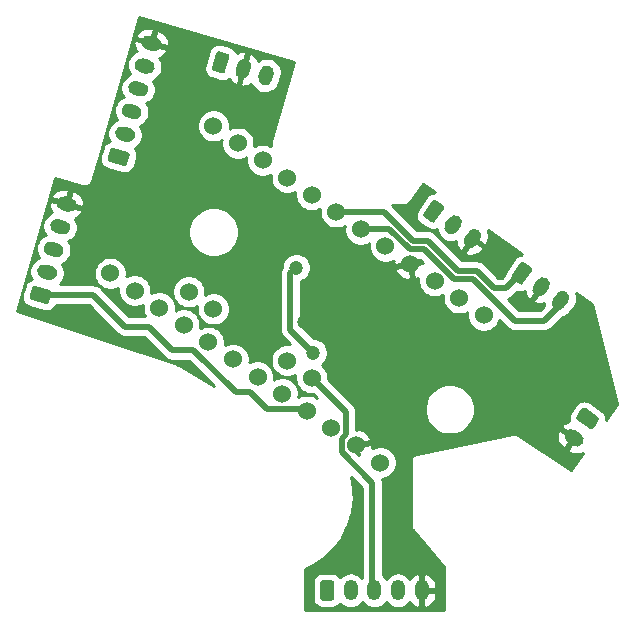
<source format=gbl>
%TF.GenerationSoftware,KiCad,Pcbnew,(5.1.6)-1*%
%TF.CreationDate,2020-06-08T00:51:22-04:00*%
%TF.ProjectId,THROTTLE_INNER_GRIP,5448524f-5454-44c4-955f-494e4e45525f,rev?*%
%TF.SameCoordinates,Original*%
%TF.FileFunction,Copper,L2,Bot*%
%TF.FilePolarity,Positive*%
%FSLAX46Y46*%
G04 Gerber Fmt 4.6, Leading zero omitted, Abs format (unit mm)*
G04 Created by KiCad (PCBNEW (5.1.6)-1) date 2020-06-08 00:51:22*
%MOMM*%
%LPD*%
G01*
G04 APERTURE LIST*
%TA.AperFunction,ComponentPad*%
%ADD10C,1.524000*%
%TD*%
%TA.AperFunction,ComponentPad*%
%ADD11O,1.200000X1.750000*%
%TD*%
%TA.AperFunction,ViaPad*%
%ADD12C,1.200000*%
%TD*%
%TA.AperFunction,Conductor*%
%ADD13C,0.508000*%
%TD*%
%TA.AperFunction,Conductor*%
%ADD14C,0.254000*%
%TD*%
G04 APERTURE END LIST*
D10*
%TO.P,U1,34*%
%TO.N,/I2C_SCK*%
X93303586Y-114337408D03*
%TO.P,U1,33*%
%TO.N,/I2C_DATA*%
X91222939Y-112880524D03*
%TO.P,U1,32*%
%TO.N,Net-(U1-Pad32)*%
X84981001Y-108509872D03*
%TO.P,U1,31*%
%TO.N,Net-(U1-Pad31)*%
X82900355Y-107052987D03*
%TO.P,U1,24*%
%TO.N,Net-(U1-Pad24)*%
X99128963Y-121517149D03*
%TO.P,U1,23*%
%TO.N,GND*%
X97048317Y-120060265D03*
%TO.P,U1,22*%
%TO.N,Net-(U1-Pad22)*%
X94967671Y-118603381D03*
%TO.P,U1,21*%
%TO.N,VCC*%
X92887024Y-117146497D03*
%TO.P,U1,20*%
%TO.N,/JOY_X*%
X90806378Y-115689612D03*
%TO.P,U1,19*%
%TO.N,/JOY_Y*%
X88725732Y-114232728D03*
%TO.P,U1,18*%
%TO.N,/JOY_SW*%
X86645086Y-112775844D03*
%TO.P,U1,17*%
%TO.N,/ANTENNA_ELEVATION*%
X84564440Y-111318960D03*
%TO.P,U1,16*%
%TO.N,/D*%
X82483793Y-109862076D03*
%TO.P,U1,15*%
%TO.N,/C*%
X80403147Y-108405192D03*
%TO.P,U1,14*%
%TO.N,/B*%
X78322501Y-106948307D03*
%TO.P,U1,13*%
%TO.N,/A*%
X76241855Y-105491423D03*
%TO.P,U1,12*%
%TO.N,/PUSH*%
X84983160Y-93007546D03*
%TO.P,U1,11*%
%TO.N,/COUNTERMEASURES_FWD*%
X87063806Y-94464430D03*
%TO.P,U1,10*%
%TO.N,/COUNTERMEASURES_AFT*%
X89144452Y-95921314D03*
%TO.P,U1,9*%
%TO.N,Net-(U1-Pad9)*%
X91225098Y-97378199D03*
%TO.P,U1,8*%
%TO.N,Net-(U1-Pad8)*%
X93305745Y-98835083D03*
%TO.P,U1,7*%
%TO.N,/SPEEDBREAK_EXTEND*%
X95386391Y-100291967D03*
%TO.P,U1,6*%
%TO.N,/SPEEDBREAK_RETRACT*%
X97467037Y-101748851D03*
%TO.P,U1,5*%
%TO.N,/CAGE-UNCAGE*%
X99547683Y-103205735D03*
%TO.P,U1,4*%
%TO.N,GND*%
X101628329Y-104662619D03*
%TO.P,U1,3*%
%TO.N,Net-(U1-Pad3)*%
X103708976Y-106119503D03*
%TO.P,U1,2*%
%TO.N,Net-(U1-Pad2)*%
X105789622Y-107576388D03*
%TO.P,U1,1*%
%TO.N,Net-(U1-Pad1)*%
X107870268Y-109033272D03*
%TD*%
%TO.P,COM1,6*%
%TO.N,GND*%
%TA.AperFunction,ComponentPad*%
G36*
G01*
X79817339Y-86670940D02*
X79288645Y-86519340D01*
G75*
G02*
X78877270Y-85777201I165382J576757D01*
G01*
X78877270Y-85777201D01*
G75*
G02*
X79619409Y-85365826I576757J-165382D01*
G01*
X80148103Y-85517426D01*
G75*
G02*
X80559478Y-86259565I-165382J-576757D01*
G01*
X80559478Y-86259565D01*
G75*
G02*
X79817339Y-86670940I-576757J165382D01*
G01*
G37*
%TD.AperFunction*%
%TO.P,COM1,5*%
%TO.N,/PUSH*%
%TA.AperFunction,ComponentPad*%
G36*
G01*
X79266064Y-88593463D02*
X78737370Y-88441863D01*
G75*
G02*
X78325995Y-87699724I165382J576757D01*
G01*
X78325995Y-87699724D01*
G75*
G02*
X79068134Y-87288349I576757J-165382D01*
G01*
X79596828Y-87439949D01*
G75*
G02*
X80008203Y-88182088I-165382J-576757D01*
G01*
X80008203Y-88182088D01*
G75*
G02*
X79266064Y-88593463I-576757J165382D01*
G01*
G37*
%TD.AperFunction*%
%TO.P,COM1,4*%
%TO.N,/D*%
%TA.AperFunction,ComponentPad*%
G36*
G01*
X78714789Y-90515987D02*
X78186095Y-90364387D01*
G75*
G02*
X77774720Y-89622248I165382J576757D01*
G01*
X77774720Y-89622248D01*
G75*
G02*
X78516859Y-89210873I576757J-165382D01*
G01*
X79045553Y-89362473D01*
G75*
G02*
X79456928Y-90104612I-165382J-576757D01*
G01*
X79456928Y-90104612D01*
G75*
G02*
X78714789Y-90515987I-576757J165382D01*
G01*
G37*
%TD.AperFunction*%
%TO.P,COM1,3*%
%TO.N,/C*%
%TA.AperFunction,ComponentPad*%
G36*
G01*
X78163514Y-92438510D02*
X77634820Y-92286910D01*
G75*
G02*
X77223445Y-91544771I165382J576757D01*
G01*
X77223445Y-91544771D01*
G75*
G02*
X77965584Y-91133396I576757J-165382D01*
G01*
X78494278Y-91284996D01*
G75*
G02*
X78905653Y-92027135I-165382J-576757D01*
G01*
X78905653Y-92027135D01*
G75*
G02*
X78163514Y-92438510I-576757J165382D01*
G01*
G37*
%TD.AperFunction*%
%TO.P,COM1,2*%
%TO.N,/B*%
%TA.AperFunction,ComponentPad*%
G36*
G01*
X77612240Y-94361034D02*
X77083546Y-94209434D01*
G75*
G02*
X76672171Y-93467295I165382J576757D01*
G01*
X76672171Y-93467295D01*
G75*
G02*
X77414310Y-93055920I576757J-165382D01*
G01*
X77943004Y-93207520D01*
G75*
G02*
X78354379Y-93949659I-165382J-576757D01*
G01*
X78354379Y-93949659D01*
G75*
G02*
X77612240Y-94361034I-576757J165382D01*
G01*
G37*
%TD.AperFunction*%
%TO.P,COM1,1*%
%TO.N,/A*%
%TA.AperFunction,ComponentPad*%
G36*
G01*
X77397407Y-96380031D02*
X76195828Y-96035483D01*
G75*
G02*
X76024423Y-95726260I68909J240314D01*
G01*
X76217370Y-95053375D01*
G75*
G02*
X76526593Y-94881970I240314J-68909D01*
G01*
X77728172Y-95226517D01*
G75*
G02*
X77899577Y-95535740I-68909J-240314D01*
G01*
X77706630Y-96208625D01*
G75*
G02*
X77397407Y-96380030I-240314J68909D01*
G01*
G37*
%TD.AperFunction*%
%TD*%
%TO.P,SP1,3*%
%TO.N,/SPEEDBREAK_RETRACT*%
%TA.AperFunction,ComponentPad*%
G36*
G01*
X113726983Y-107661627D02*
X114042451Y-107211093D01*
G75*
G02*
X114878088Y-107063748I491491J-344146D01*
G01*
X114878088Y-107063748D01*
G75*
G02*
X115025433Y-107899385I-344146J-491491D01*
G01*
X114709965Y-108349919D01*
G75*
G02*
X113874328Y-108497264I-491491J344146D01*
G01*
X113874328Y-108497264D01*
G75*
G02*
X113726983Y-107661627I344146J491491D01*
G01*
G37*
%TD.AperFunction*%
%TO.P,SP1,2*%
%TO.N,GND*%
%TA.AperFunction,ComponentPad*%
G36*
G01*
X112088679Y-106514474D02*
X112404147Y-106063940D01*
G75*
G02*
X113239784Y-105916595I491491J-344146D01*
G01*
X113239784Y-105916595D01*
G75*
G02*
X113387129Y-106752232I-344146J-491491D01*
G01*
X113071661Y-107202766D01*
G75*
G02*
X112236024Y-107350111I-491491J344146D01*
G01*
X112236024Y-107350111D01*
G75*
G02*
X112088679Y-106514474I344146J491491D01*
G01*
G37*
%TD.AperFunction*%
%TO.P,SP1,1*%
%TO.N,/SPEEDBREAK_EXTEND*%
%TA.AperFunction,ComponentPad*%
G36*
G01*
X110249623Y-105654025D02*
X110966595Y-104630083D01*
G75*
G02*
X111314776Y-104568690I204787J-143394D01*
G01*
X111888184Y-104970194D01*
G75*
G02*
X111949577Y-105318375I-143394J-204787D01*
G01*
X111232605Y-106342317D01*
G75*
G02*
X110884424Y-106403710I-204787J143394D01*
G01*
X110311016Y-106002206D01*
G75*
G02*
X110249623Y-105654025I143394J204787D01*
G01*
G37*
%TD.AperFunction*%
%TD*%
%TO.P,CM1,3*%
%TO.N,/COUNTERMEASURES_AFT*%
%TA.AperFunction,ComponentPad*%
G36*
G01*
X88790490Y-88831514D02*
X88942090Y-88302820D01*
G75*
G02*
X89684229Y-87891445I576757J-165382D01*
G01*
X89684229Y-87891445D01*
G75*
G02*
X90095604Y-88633584I-165382J-576757D01*
G01*
X89944004Y-89162278D01*
G75*
G02*
X89201865Y-89573653I-576757J165382D01*
G01*
X89201865Y-89573653D01*
G75*
G02*
X88790490Y-88831514I165382J576757D01*
G01*
G37*
%TD.AperFunction*%
%TO.P,CM1,2*%
%TO.N,GND*%
%TA.AperFunction,ComponentPad*%
G36*
G01*
X86867966Y-88280240D02*
X87019566Y-87751546D01*
G75*
G02*
X87761705Y-87340171I576757J-165382D01*
G01*
X87761705Y-87340171D01*
G75*
G02*
X88173080Y-88082310I-165382J-576757D01*
G01*
X88021480Y-88611004D01*
G75*
G02*
X87279341Y-89022379I-576757J165382D01*
G01*
X87279341Y-89022379D01*
G75*
G02*
X86867966Y-88280240I165382J576757D01*
G01*
G37*
%TD.AperFunction*%
%TO.P,CM1,1*%
%TO.N,/COUNTERMEASURES_FWD*%
%TA.AperFunction,ComponentPad*%
G36*
G01*
X84848969Y-88065407D02*
X85193517Y-86863828D01*
G75*
G02*
X85502740Y-86692423I240314J-68909D01*
G01*
X86175625Y-86885370D01*
G75*
G02*
X86347030Y-87194593I-68909J-240314D01*
G01*
X86002483Y-88396172D01*
G75*
G02*
X85693260Y-88567577I-240314J68909D01*
G01*
X85020375Y-88374630D01*
G75*
G02*
X84848970Y-88065407I68909J240314D01*
G01*
G37*
%TD.AperFunction*%
%TD*%
%TO.P,JOY1,5*%
%TO.N,GND*%
%TA.AperFunction,ComponentPad*%
G36*
G01*
X72662064Y-100277463D02*
X72133370Y-100125863D01*
G75*
G02*
X71721995Y-99383724I165382J576757D01*
G01*
X71721995Y-99383724D01*
G75*
G02*
X72464134Y-98972349I576757J-165382D01*
G01*
X72992828Y-99123949D01*
G75*
G02*
X73404203Y-99866088I-165382J-576757D01*
G01*
X73404203Y-99866088D01*
G75*
G02*
X72662064Y-100277463I-576757J165382D01*
G01*
G37*
%TD.AperFunction*%
%TO.P,JOY1,4*%
%TO.N,/JOY_SW*%
%TA.AperFunction,ComponentPad*%
G36*
G01*
X72110789Y-102199987D02*
X71582095Y-102048387D01*
G75*
G02*
X71170720Y-101306248I165382J576757D01*
G01*
X71170720Y-101306248D01*
G75*
G02*
X71912859Y-100894873I576757J-165382D01*
G01*
X72441553Y-101046473D01*
G75*
G02*
X72852928Y-101788612I-165382J-576757D01*
G01*
X72852928Y-101788612D01*
G75*
G02*
X72110789Y-102199987I-576757J165382D01*
G01*
G37*
%TD.AperFunction*%
%TO.P,JOY1,3*%
%TO.N,/JOY_Y*%
%TA.AperFunction,ComponentPad*%
G36*
G01*
X71559514Y-104122510D02*
X71030820Y-103970910D01*
G75*
G02*
X70619445Y-103228771I165382J576757D01*
G01*
X70619445Y-103228771D01*
G75*
G02*
X71361584Y-102817396I576757J-165382D01*
G01*
X71890278Y-102968996D01*
G75*
G02*
X72301653Y-103711135I-165382J-576757D01*
G01*
X72301653Y-103711135D01*
G75*
G02*
X71559514Y-104122510I-576757J165382D01*
G01*
G37*
%TD.AperFunction*%
%TO.P,JOY1,2*%
%TO.N,/JOY_X*%
%TA.AperFunction,ComponentPad*%
G36*
G01*
X71008240Y-106045034D02*
X70479546Y-105893434D01*
G75*
G02*
X70068171Y-105151295I165382J576757D01*
G01*
X70068171Y-105151295D01*
G75*
G02*
X70810310Y-104739920I576757J-165382D01*
G01*
X71339004Y-104891520D01*
G75*
G02*
X71750379Y-105633659I-165382J-576757D01*
G01*
X71750379Y-105633659D01*
G75*
G02*
X71008240Y-106045034I-576757J165382D01*
G01*
G37*
%TD.AperFunction*%
%TO.P,JOY1,1*%
%TO.N,VCC*%
%TA.AperFunction,ComponentPad*%
G36*
G01*
X70793407Y-108064031D02*
X69591828Y-107719483D01*
G75*
G02*
X69420423Y-107410260I68909J240314D01*
G01*
X69613370Y-106737375D01*
G75*
G02*
X69922593Y-106565970I240314J-68909D01*
G01*
X71124172Y-106910517D01*
G75*
G02*
X71295577Y-107219740I-68909J-240314D01*
G01*
X71102630Y-107892625D01*
G75*
G02*
X70793407Y-108064030I-240314J68909D01*
G01*
G37*
%TD.AperFunction*%
%TD*%
D11*
%TO.P,J2,5*%
%TO.N,GND*%
X102615000Y-132334000D03*
%TO.P,J2,4*%
%TO.N,/SPARE*%
X100615000Y-132334000D03*
%TO.P,J2,3*%
%TO.N,/I2C_SCK*%
X98615000Y-132334000D03*
%TO.P,J2,2*%
%TO.N,/I2C_DATA*%
X96615000Y-132334000D03*
%TO.P,J2,1*%
%TO.N,VCC*%
%TA.AperFunction,ComponentPad*%
G36*
G01*
X94015000Y-132959001D02*
X94015000Y-131708999D01*
G75*
G02*
X94264999Y-131459000I249999J0D01*
G01*
X94965001Y-131459000D01*
G75*
G02*
X95215000Y-131708999I0J-249999D01*
G01*
X95215000Y-132959001D01*
G75*
G02*
X94965001Y-133209000I-249999J0D01*
G01*
X94264999Y-133209000D01*
G75*
G02*
X94015000Y-132959001I0J249999D01*
G01*
G37*
%TD.AperFunction*%
%TD*%
%TO.P,CAGE1,2*%
%TO.N,GND*%
%TA.AperFunction,ComponentPad*%
G36*
G01*
X115633926Y-118768879D02*
X116084460Y-119084347D01*
G75*
G02*
X116231805Y-119919984I-344146J-491491D01*
G01*
X116231805Y-119919984D01*
G75*
G02*
X115396168Y-120067329I-491491J344146D01*
G01*
X114945634Y-119751861D01*
G75*
G02*
X114798289Y-118916224I344146J491491D01*
G01*
X114798289Y-118916224D01*
G75*
G02*
X115633926Y-118768879I491491J-344146D01*
G01*
G37*
%TD.AperFunction*%
%TO.P,CAGE1,1*%
%TO.N,/CAGE-UNCAGE*%
%TA.AperFunction,ComponentPad*%
G36*
G01*
X116494375Y-116929823D02*
X117518317Y-117646795D01*
G75*
G02*
X117579710Y-117994976I-143394J-204787D01*
G01*
X117178206Y-118568384D01*
G75*
G02*
X116830025Y-118629777I-204787J143394D01*
G01*
X115806083Y-117912805D01*
G75*
G02*
X115744690Y-117564624I143394J204787D01*
G01*
X116146194Y-116991216D01*
G75*
G02*
X116494375Y-116929823I204787J-143394D01*
G01*
G37*
%TD.AperFunction*%
%TD*%
%TO.P,ANT1,3*%
%TO.N,GND*%
%TA.AperFunction,ComponentPad*%
G36*
G01*
X106268335Y-102412660D02*
X106583803Y-101962126D01*
G75*
G02*
X107419440Y-101814781I491491J-344146D01*
G01*
X107419440Y-101814781D01*
G75*
G02*
X107566785Y-102650418I-344146J-491491D01*
G01*
X107251317Y-103100952D01*
G75*
G02*
X106415680Y-103248297I-491491J344146D01*
G01*
X106415680Y-103248297D01*
G75*
G02*
X106268335Y-102412660I344146J491491D01*
G01*
G37*
%TD.AperFunction*%
%TO.P,ANT1,2*%
%TO.N,/ANTENNA_ELEVATION*%
%TA.AperFunction,ComponentPad*%
G36*
G01*
X104630031Y-101265507D02*
X104945499Y-100814973D01*
G75*
G02*
X105781136Y-100667628I491491J-344146D01*
G01*
X105781136Y-100667628D01*
G75*
G02*
X105928481Y-101503265I-344146J-491491D01*
G01*
X105613013Y-101953799D01*
G75*
G02*
X104777376Y-102101144I-491491J344146D01*
G01*
X104777376Y-102101144D01*
G75*
G02*
X104630031Y-101265507I344146J491491D01*
G01*
G37*
%TD.AperFunction*%
%TO.P,ANT1,1*%
%TO.N,VCC*%
%TA.AperFunction,ComponentPad*%
G36*
G01*
X102790975Y-100405058D02*
X103507947Y-99381116D01*
G75*
G02*
X103856128Y-99319723I204787J-143394D01*
G01*
X104429536Y-99721227D01*
G75*
G02*
X104490929Y-100069408I-143394J-204787D01*
G01*
X103773957Y-101093350D01*
G75*
G02*
X103425776Y-101154743I-204787J143394D01*
G01*
X102852368Y-100753239D01*
G75*
G02*
X102790975Y-100405058I143394J204787D01*
G01*
G37*
%TD.AperFunction*%
%TD*%
D12*
%TO.N,GND*%
X92694000Y-109599600D03*
X88590937Y-107198337D03*
X95249996Y-111500000D03*
X112522000Y-111760000D03*
%TO.N,VCC*%
X93455825Y-112217199D03*
X91999970Y-105000000D03*
%TD*%
D13*
%TO.N,VCC*%
X93455825Y-112217199D02*
X91500014Y-110261388D01*
X92000000Y-105000000D02*
X91999970Y-105000000D01*
X91500014Y-105499956D02*
X91999970Y-105000000D01*
X91500014Y-110261388D02*
X91500014Y-105499956D01*
X88070000Y-115570000D02*
X89500000Y-117000000D01*
X86868000Y-115570000D02*
X88070000Y-115570000D01*
X74815000Y-107315000D02*
X77500000Y-110000000D01*
X77500000Y-110000000D02*
X79500000Y-110000000D01*
X79500000Y-110000000D02*
X81500000Y-112000000D01*
X89500000Y-117000000D02*
X93000000Y-117000000D01*
X83298000Y-112000000D02*
X86868000Y-115570000D01*
X70358000Y-107315000D02*
X74815000Y-107315000D01*
X81500000Y-112000000D02*
X83298000Y-112000000D01*
%TO.N,/I2C_SCK*%
X96183672Y-117217494D02*
X96183672Y-119125228D01*
X98450400Y-132207000D02*
X98653600Y-132410200D01*
X98450400Y-123262030D02*
X98450400Y-132207000D01*
X93303586Y-114337408D02*
X96183672Y-117217494D01*
X95832316Y-120643946D02*
X98450400Y-123262030D01*
X96183672Y-119125228D02*
X95832316Y-119476584D01*
X95832316Y-119476584D02*
X95832316Y-120643946D01*
%TO.N,/SPEEDBREAK_RETRACT*%
X97467037Y-101748851D02*
X99890481Y-101748851D01*
X101588248Y-103446618D02*
X102446618Y-103446618D01*
X99890481Y-101748851D02*
X101588248Y-103446618D01*
X102835773Y-103446618D02*
X105389155Y-106000000D01*
X102446618Y-103446618D02*
X102835773Y-103446618D01*
X105389155Y-106000000D02*
X107000000Y-106000000D01*
X107000000Y-106000000D02*
X110500000Y-109500000D01*
X110500000Y-109500000D02*
X113000000Y-109500000D01*
X113000000Y-109500000D02*
X114500000Y-108000000D01*
%TO.N,/SPEEDBREAK_EXTEND*%
X95386391Y-100291967D02*
X97791967Y-100291967D01*
X97791967Y-100291967D02*
X99434873Y-100291967D01*
X99434873Y-100291967D02*
X100183748Y-101040842D01*
X100183748Y-101040842D02*
X101881514Y-102738608D01*
X101881514Y-102738608D02*
X103141833Y-102738608D01*
X105500000Y-105096775D02*
X105500000Y-105109569D01*
X103141833Y-102738608D02*
X105500000Y-105096775D01*
X107293267Y-105291990D02*
X107708010Y-105706734D01*
X105500000Y-105109569D02*
X105682421Y-105291990D01*
X105682421Y-105291990D02*
X107293267Y-105291990D01*
X107708010Y-105706734D02*
X108750638Y-106749362D01*
X108750638Y-106749362D02*
X109750638Y-106749362D01*
X109750638Y-106749362D02*
X111000000Y-105500000D01*
%TD*%
D14*
%TO.N,GND*%
G36*
X91770105Y-87572174D02*
G01*
X89868419Y-94307962D01*
X89852367Y-94357189D01*
X89846934Y-94402681D01*
X89838866Y-94447786D01*
X89839240Y-94467098D01*
X89836949Y-94486280D01*
X89840496Y-94531963D01*
X89841383Y-94577769D01*
X89845518Y-94596638D01*
X89847013Y-94615898D01*
X89859403Y-94660007D01*
X89869210Y-94704764D01*
X89876947Y-94722465D01*
X89879758Y-94732473D01*
X89806179Y-94683309D01*
X89551942Y-94578000D01*
X89282044Y-94524314D01*
X89006860Y-94524314D01*
X88736962Y-94578000D01*
X88482725Y-94683309D01*
X88438799Y-94712660D01*
X88460806Y-94602022D01*
X88460806Y-94326838D01*
X88407120Y-94056940D01*
X88301811Y-93802703D01*
X88148926Y-93573895D01*
X87954341Y-93379310D01*
X87725533Y-93226425D01*
X87471296Y-93121116D01*
X87201398Y-93067430D01*
X86926214Y-93067430D01*
X86656316Y-93121116D01*
X86402079Y-93226425D01*
X86358153Y-93255776D01*
X86380160Y-93145138D01*
X86380160Y-92869954D01*
X86326474Y-92600056D01*
X86221165Y-92345819D01*
X86068280Y-92117011D01*
X85873695Y-91922426D01*
X85644887Y-91769541D01*
X85390650Y-91664232D01*
X85120752Y-91610546D01*
X84845568Y-91610546D01*
X84575670Y-91664232D01*
X84321433Y-91769541D01*
X84092625Y-91922426D01*
X83898040Y-92117011D01*
X83745155Y-92345819D01*
X83639846Y-92600056D01*
X83586160Y-92869954D01*
X83586160Y-93145138D01*
X83639846Y-93415036D01*
X83745155Y-93669273D01*
X83898040Y-93898081D01*
X84092625Y-94092666D01*
X84321433Y-94245551D01*
X84575670Y-94350860D01*
X84845568Y-94404546D01*
X85120752Y-94404546D01*
X85390650Y-94350860D01*
X85644887Y-94245551D01*
X85688813Y-94216200D01*
X85666806Y-94326838D01*
X85666806Y-94602022D01*
X85720492Y-94871920D01*
X85825801Y-95126157D01*
X85978686Y-95354965D01*
X86173271Y-95549550D01*
X86402079Y-95702435D01*
X86656316Y-95807744D01*
X86926214Y-95861430D01*
X87201398Y-95861430D01*
X87471296Y-95807744D01*
X87725533Y-95702435D01*
X87769459Y-95673084D01*
X87747452Y-95783722D01*
X87747452Y-96058906D01*
X87801138Y-96328804D01*
X87906447Y-96583041D01*
X88059332Y-96811849D01*
X88253917Y-97006434D01*
X88482725Y-97159319D01*
X88736962Y-97264628D01*
X89006860Y-97318314D01*
X89282044Y-97318314D01*
X89551942Y-97264628D01*
X89806179Y-97159319D01*
X89850105Y-97129968D01*
X89828098Y-97240607D01*
X89828098Y-97515791D01*
X89881784Y-97785689D01*
X89987093Y-98039926D01*
X90139978Y-98268734D01*
X90334563Y-98463319D01*
X90563371Y-98616204D01*
X90817608Y-98721513D01*
X91087506Y-98775199D01*
X91362690Y-98775199D01*
X91632588Y-98721513D01*
X91886825Y-98616204D01*
X91930752Y-98586853D01*
X91908745Y-98697491D01*
X91908745Y-98972675D01*
X91962431Y-99242573D01*
X92067740Y-99496810D01*
X92220625Y-99725618D01*
X92415210Y-99920203D01*
X92644018Y-100073088D01*
X92898255Y-100178397D01*
X93168153Y-100232083D01*
X93443337Y-100232083D01*
X93713235Y-100178397D01*
X93967472Y-100073088D01*
X94011398Y-100043737D01*
X93989391Y-100154375D01*
X93989391Y-100429559D01*
X94043077Y-100699457D01*
X94148386Y-100953694D01*
X94301271Y-101182502D01*
X94495856Y-101377087D01*
X94724664Y-101529972D01*
X94978901Y-101635281D01*
X95248799Y-101688967D01*
X95523983Y-101688967D01*
X95793881Y-101635281D01*
X96048118Y-101529972D01*
X96092044Y-101500621D01*
X96070037Y-101611259D01*
X96070037Y-101886443D01*
X96123723Y-102156341D01*
X96229032Y-102410578D01*
X96381917Y-102639386D01*
X96576502Y-102833971D01*
X96805310Y-102986856D01*
X97059547Y-103092165D01*
X97329445Y-103145851D01*
X97604629Y-103145851D01*
X97874527Y-103092165D01*
X98128764Y-102986856D01*
X98172690Y-102957505D01*
X98150683Y-103068143D01*
X98150683Y-103343327D01*
X98204369Y-103613225D01*
X98309678Y-103867462D01*
X98462563Y-104096270D01*
X98657148Y-104290855D01*
X98885956Y-104443740D01*
X99140193Y-104549049D01*
X99410091Y-104602735D01*
X99685275Y-104602735D01*
X99955173Y-104549049D01*
X100209410Y-104443740D01*
X100247017Y-104418611D01*
X100244062Y-104429501D01*
X100228324Y-104560037D01*
X100386577Y-104752614D01*
X101366015Y-104579913D01*
X101434580Y-104648478D01*
X101614188Y-104468870D01*
X101473983Y-104328665D01*
X101544581Y-104335618D01*
X101544587Y-104335618D01*
X101588247Y-104339918D01*
X101631907Y-104335618D01*
X101699629Y-104335618D01*
X101711035Y-104400305D01*
X101642470Y-104468870D01*
X101822078Y-104648478D01*
X102002952Y-104467604D01*
X102510100Y-104378180D01*
X102729357Y-104597437D01*
X101890643Y-104745325D01*
X101822078Y-104676760D01*
X101642470Y-104856368D01*
X101823344Y-105037242D01*
X101968465Y-105860265D01*
X102203555Y-105943109D01*
X102334636Y-105867990D01*
X102311976Y-105981911D01*
X102311976Y-106257095D01*
X102365662Y-106526993D01*
X102470971Y-106781230D01*
X102623856Y-107010038D01*
X102818441Y-107204623D01*
X103047249Y-107357508D01*
X103301486Y-107462817D01*
X103571384Y-107516503D01*
X103846568Y-107516503D01*
X104116466Y-107462817D01*
X104370703Y-107357508D01*
X104414629Y-107328157D01*
X104392622Y-107438796D01*
X104392622Y-107713980D01*
X104446308Y-107983878D01*
X104551617Y-108238115D01*
X104704502Y-108466923D01*
X104899087Y-108661508D01*
X105127895Y-108814393D01*
X105382132Y-108919702D01*
X105652030Y-108973388D01*
X105927214Y-108973388D01*
X106197112Y-108919702D01*
X106451349Y-108814393D01*
X106495275Y-108785042D01*
X106473268Y-108895680D01*
X106473268Y-109170864D01*
X106526954Y-109440762D01*
X106632263Y-109694999D01*
X106785148Y-109923807D01*
X106979733Y-110118392D01*
X107208541Y-110271277D01*
X107462778Y-110376586D01*
X107732676Y-110430272D01*
X108007860Y-110430272D01*
X108277758Y-110376586D01*
X108531995Y-110271277D01*
X108760803Y-110118392D01*
X108955388Y-109923807D01*
X109108273Y-109694999D01*
X109204779Y-109462015D01*
X109840506Y-110097742D01*
X109868341Y-110131659D01*
X110003709Y-110242753D01*
X110158149Y-110325303D01*
X110212705Y-110341852D01*
X110325724Y-110376136D01*
X110358924Y-110379406D01*
X110456333Y-110389000D01*
X110456339Y-110389000D01*
X110499999Y-110393300D01*
X110543659Y-110389000D01*
X112956340Y-110389000D01*
X113000000Y-110393300D01*
X113043660Y-110389000D01*
X113043667Y-110389000D01*
X113174274Y-110376136D01*
X113341851Y-110325303D01*
X113496291Y-110242753D01*
X113631659Y-110131659D01*
X113659499Y-110097736D01*
X114566370Y-109190865D01*
X114668249Y-109162372D01*
X114885247Y-109052401D01*
X115076623Y-108902209D01*
X115195329Y-108763834D01*
X115580390Y-108213913D01*
X115669820Y-108055038D01*
X115745500Y-107823836D01*
X115774621Y-107582312D01*
X115756064Y-107339748D01*
X115704504Y-107155388D01*
X117021800Y-108093125D01*
X119173951Y-116582167D01*
X118260907Y-117886516D01*
X118262783Y-117870955D01*
X118249502Y-117697370D01*
X118202612Y-117529711D01*
X118123915Y-117374422D01*
X118016434Y-117237469D01*
X117884300Y-117124117D01*
X116860358Y-116407145D01*
X116708648Y-116321748D01*
X116543194Y-116267590D01*
X116370354Y-116246750D01*
X116196768Y-116260031D01*
X116029110Y-116306921D01*
X115873820Y-116385619D01*
X115736868Y-116493100D01*
X115623515Y-116625234D01*
X115222011Y-117198642D01*
X115136615Y-117350350D01*
X115082457Y-117515804D01*
X115061617Y-117688645D01*
X115074898Y-117862230D01*
X115121788Y-118029889D01*
X115124244Y-118034736D01*
X114950255Y-118066187D01*
X114723806Y-118155371D01*
X114519106Y-118287019D01*
X114494326Y-118315659D01*
X114487171Y-118543339D01*
X115483859Y-119241227D01*
X115495330Y-119224844D01*
X115703396Y-119370533D01*
X115691924Y-119386916D01*
X115708307Y-119398387D01*
X115562618Y-119606453D01*
X115546235Y-119594981D01*
X114910712Y-120502601D01*
X115135979Y-120660335D01*
X115359166Y-120757396D01*
X115597000Y-120809050D01*
X115840342Y-120813313D01*
X116079839Y-120770021D01*
X116304347Y-120681602D01*
X115272288Y-122155971D01*
X111062966Y-119349756D01*
X114051491Y-119349756D01*
X114092722Y-119589617D01*
X114179956Y-119816825D01*
X114309839Y-120022649D01*
X114477381Y-120199179D01*
X114702648Y-120356913D01*
X115338170Y-119449292D01*
X114341483Y-118751404D01*
X114129980Y-118835999D01*
X114111543Y-118869079D01*
X114057845Y-119106460D01*
X114051491Y-119349756D01*
X111062966Y-119349756D01*
X110882413Y-119229388D01*
X110856550Y-119208311D01*
X110799826Y-119178242D01*
X110743151Y-119148025D01*
X110742389Y-119147795D01*
X110741682Y-119147420D01*
X110680132Y-119128980D01*
X110618701Y-119110416D01*
X110617906Y-119110339D01*
X110617143Y-119110110D01*
X110553185Y-119104032D01*
X110489307Y-119097808D01*
X110488516Y-119097887D01*
X110487718Y-119097811D01*
X110423511Y-119104358D01*
X110359938Y-119110687D01*
X110328026Y-119120404D01*
X102238508Y-120758468D01*
X102207218Y-120761550D01*
X102174953Y-120771338D01*
X102173840Y-120771563D01*
X102143945Y-120780744D01*
X102082808Y-120799290D01*
X102081798Y-120799830D01*
X102080700Y-120800167D01*
X102024472Y-120830471D01*
X101968151Y-120860575D01*
X101967263Y-120861304D01*
X101966255Y-120861847D01*
X101917089Y-120902481D01*
X101867653Y-120943052D01*
X101866925Y-120943940D01*
X101866042Y-120944669D01*
X101825711Y-120994158D01*
X101785176Y-121043550D01*
X101784636Y-121044561D01*
X101783911Y-121045450D01*
X101753941Y-121101988D01*
X101723891Y-121158207D01*
X101723559Y-121159301D01*
X101723020Y-121160318D01*
X101704678Y-121221541D01*
X101686151Y-121282617D01*
X101686038Y-121283761D01*
X101685710Y-121284857D01*
X101679660Y-121348525D01*
X101676601Y-121379581D01*
X101676601Y-121380712D01*
X101673411Y-121414281D01*
X101676601Y-121445564D01*
X101676600Y-126708904D01*
X101676131Y-126711358D01*
X101676600Y-126773766D01*
X101676600Y-126803818D01*
X101676845Y-126806301D01*
X101677108Y-126841362D01*
X101683200Y-126870829D01*
X101686150Y-126900782D01*
X101696330Y-126934342D01*
X101703429Y-126968678D01*
X101715154Y-126996394D01*
X101723890Y-127025192D01*
X101740419Y-127056115D01*
X101754082Y-127088413D01*
X101770990Y-127113310D01*
X101785175Y-127139849D01*
X101807421Y-127166956D01*
X101808820Y-127169016D01*
X101828019Y-127192054D01*
X101867652Y-127240348D01*
X101869586Y-127241935D01*
X104470600Y-130363153D01*
X104470601Y-133960000D01*
X92728954Y-133960000D01*
X92744575Y-130498339D01*
X93550387Y-130101457D01*
X93570190Y-130089642D01*
X93590977Y-130079673D01*
X93641298Y-130047217D01*
X94430176Y-129486149D01*
X94447828Y-129471326D01*
X94466762Y-129458156D01*
X94511246Y-129418072D01*
X95200272Y-128738094D01*
X95215330Y-128720636D01*
X95231912Y-128704611D01*
X95269415Y-128657930D01*
X95840861Y-127876536D01*
X95852934Y-127856895D01*
X95866740Y-127838426D01*
X95896298Y-127786350D01*
X96335464Y-126923645D01*
X96344243Y-126902323D01*
X96354917Y-126881887D01*
X96375759Y-126825780D01*
X96375769Y-126825755D01*
X96375772Y-126825743D01*
X96671354Y-125903934D01*
X96676608Y-125881494D01*
X96683882Y-125859602D01*
X96695490Y-125800859D01*
X96839891Y-124843636D01*
X96841491Y-124820637D01*
X96845169Y-124797873D01*
X96847236Y-124738029D01*
X96836738Y-123770033D01*
X96834640Y-123747080D01*
X96834632Y-123724014D01*
X96827104Y-123664609D01*
X96666185Y-122735050D01*
X97561400Y-123630266D01*
X97561401Y-131265452D01*
X97492502Y-131181498D01*
X97304448Y-131027167D01*
X97089900Y-130912489D01*
X96857101Y-130841870D01*
X96615000Y-130818025D01*
X96372898Y-130841870D01*
X96140099Y-130912489D01*
X95925551Y-131027167D01*
X95737498Y-131181498D01*
X95705809Y-131220111D01*
X95703405Y-131215613D01*
X95592962Y-131081038D01*
X95458387Y-130970595D01*
X95304851Y-130888528D01*
X95138255Y-130837992D01*
X94965001Y-130820928D01*
X94264999Y-130820928D01*
X94091745Y-130837992D01*
X93925149Y-130888528D01*
X93771613Y-130970595D01*
X93637038Y-131081038D01*
X93526595Y-131215613D01*
X93444528Y-131369149D01*
X93393992Y-131535745D01*
X93376928Y-131708999D01*
X93376928Y-132959001D01*
X93393992Y-133132255D01*
X93444528Y-133298851D01*
X93526595Y-133452387D01*
X93637038Y-133586962D01*
X93771613Y-133697405D01*
X93925149Y-133779472D01*
X94091745Y-133830008D01*
X94264999Y-133847072D01*
X94965001Y-133847072D01*
X95138255Y-133830008D01*
X95304851Y-133779472D01*
X95458387Y-133697405D01*
X95592962Y-133586962D01*
X95703405Y-133452387D01*
X95705810Y-133447888D01*
X95737499Y-133486502D01*
X95925552Y-133640833D01*
X96140100Y-133755511D01*
X96372899Y-133826130D01*
X96615000Y-133849975D01*
X96857102Y-133826130D01*
X97089901Y-133755511D01*
X97304449Y-133640833D01*
X97492502Y-133486502D01*
X97615001Y-133337237D01*
X97737499Y-133486502D01*
X97925552Y-133640833D01*
X98140100Y-133755511D01*
X98372899Y-133826130D01*
X98615000Y-133849975D01*
X98857102Y-133826130D01*
X99089901Y-133755511D01*
X99304449Y-133640833D01*
X99492502Y-133486502D01*
X99615001Y-133337237D01*
X99737499Y-133486502D01*
X99925552Y-133640833D01*
X100140100Y-133755511D01*
X100372899Y-133826130D01*
X100615000Y-133849975D01*
X100857102Y-133826130D01*
X101089901Y-133755511D01*
X101304449Y-133640833D01*
X101492502Y-133486502D01*
X101615481Y-133336652D01*
X101658693Y-133400725D01*
X101831526Y-133572078D01*
X102034467Y-133706421D01*
X102259718Y-133798591D01*
X102297391Y-133802462D01*
X102488000Y-133677731D01*
X102488000Y-132461000D01*
X102742000Y-132461000D01*
X102742000Y-133677731D01*
X102932609Y-133802462D01*
X102970282Y-133798591D01*
X103195533Y-133706421D01*
X103398474Y-133572078D01*
X103571307Y-133400725D01*
X103707390Y-133198946D01*
X103801493Y-132974496D01*
X103850000Y-132736000D01*
X103850000Y-132461000D01*
X102742000Y-132461000D01*
X102488000Y-132461000D01*
X102468000Y-132461000D01*
X102468000Y-132207000D01*
X102488000Y-132207000D01*
X102488000Y-130990269D01*
X102742000Y-130990269D01*
X102742000Y-132207000D01*
X103850000Y-132207000D01*
X103850000Y-131932000D01*
X103801493Y-131693504D01*
X103707390Y-131469054D01*
X103571307Y-131267275D01*
X103398474Y-131095922D01*
X103195533Y-130961579D01*
X102970282Y-130869409D01*
X102932609Y-130865538D01*
X102742000Y-130990269D01*
X102488000Y-130990269D01*
X102297391Y-130865538D01*
X102259718Y-130869409D01*
X102034467Y-130961579D01*
X101831526Y-131095922D01*
X101658693Y-131267275D01*
X101615481Y-131331348D01*
X101492502Y-131181498D01*
X101304448Y-131027167D01*
X101089900Y-130912489D01*
X100857101Y-130841870D01*
X100615000Y-130818025D01*
X100372898Y-130841870D01*
X100140099Y-130912489D01*
X99925551Y-131027167D01*
X99737498Y-131181498D01*
X99615000Y-131330763D01*
X99492502Y-131181498D01*
X99339400Y-131055851D01*
X99339400Y-123305690D01*
X99343700Y-123262030D01*
X99339400Y-123218370D01*
X99339400Y-123218363D01*
X99326536Y-123087756D01*
X99275703Y-122920179D01*
X99271910Y-122913084D01*
X99536453Y-122860463D01*
X99790690Y-122755154D01*
X100019498Y-122602269D01*
X100214083Y-122407684D01*
X100366968Y-122178876D01*
X100472277Y-121924639D01*
X100525963Y-121654741D01*
X100525963Y-121379557D01*
X100472277Y-121109659D01*
X100366968Y-120855422D01*
X100214083Y-120626614D01*
X100019498Y-120432029D01*
X99790690Y-120279144D01*
X99536453Y-120173835D01*
X99266555Y-120120149D01*
X98991371Y-120120149D01*
X98721473Y-120173835D01*
X98467236Y-120279144D01*
X98429629Y-120304273D01*
X98432584Y-120293383D01*
X98448322Y-120162847D01*
X98290069Y-119970270D01*
X97310631Y-120142971D01*
X97242066Y-120074406D01*
X97062458Y-120254014D01*
X97243332Y-120434888D01*
X97321006Y-120875401D01*
X97007875Y-120562270D01*
X96965611Y-120322579D01*
X97034176Y-120254014D01*
X96854568Y-120074406D01*
X96721316Y-120207658D01*
X96721316Y-119988965D01*
X96786003Y-119977559D01*
X96854568Y-120046124D01*
X97034176Y-119866516D01*
X96864561Y-119696901D01*
X96926425Y-119621519D01*
X97008975Y-119467079D01*
X97048815Y-119335742D01*
X97049263Y-119334266D01*
X97151334Y-119913141D01*
X98245963Y-119720129D01*
X98328807Y-119485039D01*
X98191981Y-119246281D01*
X98011205Y-119038803D01*
X97793426Y-118870580D01*
X97547013Y-118748076D01*
X97281435Y-118675998D01*
X97150899Y-118660260D01*
X97072672Y-118724544D01*
X97072672Y-117261154D01*
X97076972Y-117217494D01*
X97072672Y-117173834D01*
X97072672Y-117173827D01*
X97059808Y-117043220D01*
X97056686Y-117032926D01*
X97026871Y-116934639D01*
X97008975Y-116875643D01*
X96963049Y-116789721D01*
X102865000Y-116789721D01*
X102865000Y-117210279D01*
X102947047Y-117622756D01*
X103107988Y-118011302D01*
X103341637Y-118360983D01*
X103639017Y-118658363D01*
X103988698Y-118892012D01*
X104377244Y-119052953D01*
X104789721Y-119135000D01*
X105210279Y-119135000D01*
X105622756Y-119052953D01*
X106011302Y-118892012D01*
X106360983Y-118658363D01*
X106658363Y-118360983D01*
X106892012Y-118011302D01*
X107052953Y-117622756D01*
X107135000Y-117210279D01*
X107135000Y-116789721D01*
X107052953Y-116377244D01*
X106892012Y-115988698D01*
X106658363Y-115639017D01*
X106360983Y-115341637D01*
X106011302Y-115107988D01*
X105622756Y-114947047D01*
X105210279Y-114865000D01*
X104789721Y-114865000D01*
X104377244Y-114947047D01*
X103988698Y-115107988D01*
X103639017Y-115341637D01*
X103341637Y-115639017D01*
X103107988Y-115988698D01*
X102947047Y-116377244D01*
X102865000Y-116789721D01*
X96963049Y-116789721D01*
X96926425Y-116721203D01*
X96815331Y-116585835D01*
X96781415Y-116558001D01*
X94700226Y-114476812D01*
X94700586Y-114475000D01*
X94700586Y-114199816D01*
X94646900Y-113929918D01*
X94541591Y-113675681D01*
X94388706Y-113446873D01*
X94194121Y-113252288D01*
X94161884Y-113230748D01*
X94243092Y-113176486D01*
X94415112Y-113004466D01*
X94550268Y-112802191D01*
X94643365Y-112577435D01*
X94690825Y-112338836D01*
X94690825Y-112095562D01*
X94643365Y-111856963D01*
X94550268Y-111632207D01*
X94415112Y-111429932D01*
X94243092Y-111257912D01*
X94040817Y-111122756D01*
X93816061Y-111029659D01*
X93577462Y-110982199D01*
X93478061Y-110982199D01*
X92389014Y-109893153D01*
X92389014Y-106175607D01*
X92584962Y-106094443D01*
X92787237Y-105959287D01*
X92959257Y-105787267D01*
X93094413Y-105584992D01*
X93187510Y-105360236D01*
X93211854Y-105237845D01*
X100347839Y-105237845D01*
X100484665Y-105476603D01*
X100665441Y-105684081D01*
X100883220Y-105852304D01*
X101129633Y-105974808D01*
X101395211Y-106046886D01*
X101525747Y-106062624D01*
X101718324Y-105904371D01*
X101525312Y-104809743D01*
X100430683Y-105002755D01*
X100347839Y-105237845D01*
X93211854Y-105237845D01*
X93234970Y-105121637D01*
X93234970Y-104878363D01*
X93187510Y-104639764D01*
X93094413Y-104415008D01*
X92959257Y-104212733D01*
X92787237Y-104040713D01*
X92584962Y-103905557D01*
X92360206Y-103812460D01*
X92121607Y-103765000D01*
X91878333Y-103765000D01*
X91639734Y-103812460D01*
X91414978Y-103905557D01*
X91212703Y-104040713D01*
X91040683Y-104212733D01*
X90905527Y-104415008D01*
X90812430Y-104639764D01*
X90764970Y-104878363D01*
X90764970Y-104994273D01*
X90757262Y-105003665D01*
X90674712Y-105158104D01*
X90623878Y-105325682D01*
X90606714Y-105499956D01*
X90611015Y-105543626D01*
X90611014Y-110217728D01*
X90606714Y-110261388D01*
X90611014Y-110305048D01*
X90611014Y-110305054D01*
X90623878Y-110435661D01*
X90674711Y-110603238D01*
X90757261Y-110757678D01*
X90868355Y-110893047D01*
X90902278Y-110920887D01*
X91490833Y-111509443D01*
X91360531Y-111483524D01*
X91085347Y-111483524D01*
X90815449Y-111537210D01*
X90561212Y-111642519D01*
X90332404Y-111795404D01*
X90137819Y-111989989D01*
X89984934Y-112218797D01*
X89879625Y-112473034D01*
X89825939Y-112742932D01*
X89825939Y-113018116D01*
X89879625Y-113288014D01*
X89984934Y-113542251D01*
X90137819Y-113771059D01*
X90332404Y-113965644D01*
X90561212Y-114118529D01*
X90815449Y-114223838D01*
X91085347Y-114277524D01*
X91360531Y-114277524D01*
X91630429Y-114223838D01*
X91884666Y-114118529D01*
X91928593Y-114089178D01*
X91906586Y-114199816D01*
X91906586Y-114475000D01*
X91960272Y-114744898D01*
X92065581Y-114999135D01*
X92218466Y-115227943D01*
X92413051Y-115422528D01*
X92641859Y-115575413D01*
X92896096Y-115680722D01*
X93165994Y-115734408D01*
X93441178Y-115734408D01*
X93442990Y-115734048D01*
X93755742Y-116046799D01*
X93548751Y-115908492D01*
X93294514Y-115803183D01*
X93024616Y-115749497D01*
X92749432Y-115749497D01*
X92479534Y-115803183D01*
X92225297Y-115908492D01*
X92181371Y-115937843D01*
X92203378Y-115827204D01*
X92203378Y-115552020D01*
X92149692Y-115282122D01*
X92044383Y-115027885D01*
X91891498Y-114799077D01*
X91696913Y-114604492D01*
X91468105Y-114451607D01*
X91213868Y-114346298D01*
X90943970Y-114292612D01*
X90668786Y-114292612D01*
X90398888Y-114346298D01*
X90144651Y-114451607D01*
X90100725Y-114480958D01*
X90122732Y-114370320D01*
X90122732Y-114095136D01*
X90069046Y-113825238D01*
X89963737Y-113571001D01*
X89810852Y-113342193D01*
X89616267Y-113147608D01*
X89387459Y-112994723D01*
X89133222Y-112889414D01*
X88863324Y-112835728D01*
X88588140Y-112835728D01*
X88318242Y-112889414D01*
X88064005Y-112994723D01*
X88020079Y-113024074D01*
X88042086Y-112913436D01*
X88042086Y-112638252D01*
X87988400Y-112368354D01*
X87883091Y-112114117D01*
X87730206Y-111885309D01*
X87535621Y-111690724D01*
X87306813Y-111537839D01*
X87052576Y-111432530D01*
X86782678Y-111378844D01*
X86507494Y-111378844D01*
X86237596Y-111432530D01*
X85983359Y-111537839D01*
X85939433Y-111567190D01*
X85961440Y-111456552D01*
X85961440Y-111181368D01*
X85907754Y-110911470D01*
X85802445Y-110657233D01*
X85649560Y-110428425D01*
X85454975Y-110233840D01*
X85226167Y-110080955D01*
X84971930Y-109975646D01*
X84702032Y-109921960D01*
X84426848Y-109921960D01*
X84156950Y-109975646D01*
X83902713Y-110080955D01*
X83858786Y-110110306D01*
X83880793Y-109999668D01*
X83880793Y-109724484D01*
X83827107Y-109454586D01*
X83721798Y-109200349D01*
X83568913Y-108971541D01*
X83374328Y-108776956D01*
X83145520Y-108624071D01*
X82891283Y-108518762D01*
X82621385Y-108465076D01*
X82346201Y-108465076D01*
X82076303Y-108518762D01*
X81822066Y-108624071D01*
X81778140Y-108653422D01*
X81800147Y-108542784D01*
X81800147Y-108267600D01*
X81746461Y-107997702D01*
X81641152Y-107743465D01*
X81488267Y-107514657D01*
X81293682Y-107320072D01*
X81064874Y-107167187D01*
X80810637Y-107061878D01*
X80540739Y-107008192D01*
X80265555Y-107008192D01*
X79995657Y-107061878D01*
X79741420Y-107167187D01*
X79697494Y-107196538D01*
X79719501Y-107085899D01*
X79719501Y-106915395D01*
X81503355Y-106915395D01*
X81503355Y-107190579D01*
X81557041Y-107460477D01*
X81662350Y-107714714D01*
X81815235Y-107943522D01*
X82009820Y-108138107D01*
X82238628Y-108290992D01*
X82492865Y-108396301D01*
X82762763Y-108449987D01*
X83037947Y-108449987D01*
X83307845Y-108396301D01*
X83562082Y-108290992D01*
X83606008Y-108261641D01*
X83584001Y-108372280D01*
X83584001Y-108647464D01*
X83637687Y-108917362D01*
X83742996Y-109171599D01*
X83895881Y-109400407D01*
X84090466Y-109594992D01*
X84319274Y-109747877D01*
X84573511Y-109853186D01*
X84843409Y-109906872D01*
X85118593Y-109906872D01*
X85388491Y-109853186D01*
X85642728Y-109747877D01*
X85871536Y-109594992D01*
X86066121Y-109400407D01*
X86219006Y-109171599D01*
X86324315Y-108917362D01*
X86378001Y-108647464D01*
X86378001Y-108372280D01*
X86324315Y-108102382D01*
X86219006Y-107848145D01*
X86066121Y-107619337D01*
X85871536Y-107424752D01*
X85642728Y-107271867D01*
X85388491Y-107166558D01*
X85118593Y-107112872D01*
X84843409Y-107112872D01*
X84573511Y-107166558D01*
X84319274Y-107271867D01*
X84275348Y-107301218D01*
X84297355Y-107190579D01*
X84297355Y-106915395D01*
X84243669Y-106645497D01*
X84138360Y-106391260D01*
X83985475Y-106162452D01*
X83790890Y-105967867D01*
X83562082Y-105814982D01*
X83307845Y-105709673D01*
X83037947Y-105655987D01*
X82762763Y-105655987D01*
X82492865Y-105709673D01*
X82238628Y-105814982D01*
X82009820Y-105967867D01*
X81815235Y-106162452D01*
X81662350Y-106391260D01*
X81557041Y-106645497D01*
X81503355Y-106915395D01*
X79719501Y-106915395D01*
X79719501Y-106810715D01*
X79665815Y-106540817D01*
X79560506Y-106286580D01*
X79407621Y-106057772D01*
X79213036Y-105863187D01*
X78984228Y-105710302D01*
X78729991Y-105604993D01*
X78460093Y-105551307D01*
X78184909Y-105551307D01*
X77915011Y-105604993D01*
X77660774Y-105710302D01*
X77616848Y-105739653D01*
X77638855Y-105629015D01*
X77638855Y-105353831D01*
X77585169Y-105083933D01*
X77479860Y-104829696D01*
X77326975Y-104600888D01*
X77132390Y-104406303D01*
X76903582Y-104253418D01*
X76649345Y-104148109D01*
X76379447Y-104094423D01*
X76104263Y-104094423D01*
X75834365Y-104148109D01*
X75580128Y-104253418D01*
X75351320Y-104406303D01*
X75156735Y-104600888D01*
X75003850Y-104829696D01*
X74898541Y-105083933D01*
X74844855Y-105353831D01*
X74844855Y-105629015D01*
X74898541Y-105898913D01*
X75003850Y-106153150D01*
X75156735Y-106381958D01*
X75351320Y-106576543D01*
X75580128Y-106729428D01*
X75834365Y-106834737D01*
X76104263Y-106888423D01*
X76379447Y-106888423D01*
X76649345Y-106834737D01*
X76903582Y-106729428D01*
X76947508Y-106700077D01*
X76925501Y-106810715D01*
X76925501Y-107085899D01*
X76979187Y-107355797D01*
X77084496Y-107610034D01*
X77237381Y-107838842D01*
X77431966Y-108033427D01*
X77660774Y-108186312D01*
X77915011Y-108291621D01*
X78184909Y-108345307D01*
X78460093Y-108345307D01*
X78729991Y-108291621D01*
X78984228Y-108186312D01*
X79028154Y-108156961D01*
X79006147Y-108267600D01*
X79006147Y-108542784D01*
X79059833Y-108812682D01*
X79165142Y-109066919D01*
X79194596Y-109111000D01*
X77868235Y-109111000D01*
X75474499Y-106717264D01*
X75446659Y-106683341D01*
X75311291Y-106572247D01*
X75156851Y-106489697D01*
X74989274Y-106438864D01*
X74858667Y-106426000D01*
X74858660Y-106426000D01*
X74815000Y-106421700D01*
X74771340Y-106426000D01*
X71960135Y-106426000D01*
X71975446Y-106415428D01*
X72144819Y-106240801D01*
X72276870Y-106036485D01*
X72366524Y-105810334D01*
X72410334Y-105571038D01*
X72406619Y-105327792D01*
X72355521Y-105089947D01*
X72259002Y-104866640D01*
X72149285Y-104707744D01*
X72326533Y-104631133D01*
X72526720Y-104492904D01*
X72696093Y-104318277D01*
X72828144Y-104113961D01*
X72917798Y-103887810D01*
X72961608Y-103648514D01*
X72957893Y-103405268D01*
X72906795Y-103167423D01*
X72810276Y-102944116D01*
X72700559Y-102785221D01*
X72877808Y-102708610D01*
X73077995Y-102570381D01*
X73247368Y-102395754D01*
X73379419Y-102191438D01*
X73469073Y-101965287D01*
X73501215Y-101789721D01*
X82865000Y-101789721D01*
X82865000Y-102210279D01*
X82947047Y-102622756D01*
X83107988Y-103011302D01*
X83341637Y-103360983D01*
X83639017Y-103658363D01*
X83988698Y-103892012D01*
X84377244Y-104052953D01*
X84789721Y-104135000D01*
X85210279Y-104135000D01*
X85622756Y-104052953D01*
X86011302Y-103892012D01*
X86360983Y-103658363D01*
X86658363Y-103360983D01*
X86892012Y-103011302D01*
X87052953Y-102622756D01*
X87135000Y-102210279D01*
X87135000Y-101789721D01*
X87052953Y-101377244D01*
X86892012Y-100988698D01*
X86658363Y-100639017D01*
X86360983Y-100341637D01*
X86011302Y-100107988D01*
X85622756Y-99947047D01*
X85210279Y-99865000D01*
X84789721Y-99865000D01*
X84377244Y-99947047D01*
X83988698Y-100107988D01*
X83639017Y-100341637D01*
X83341637Y-100639017D01*
X83107988Y-100988698D01*
X82947047Y-101377244D01*
X82865000Y-101789721D01*
X73501215Y-101789721D01*
X73512883Y-101725991D01*
X73509168Y-101482745D01*
X73458070Y-101244900D01*
X73361551Y-101021593D01*
X73251404Y-100862074D01*
X73324907Y-100838197D01*
X73537261Y-100719290D01*
X73722338Y-100561241D01*
X73873025Y-100370121D01*
X73887130Y-100334974D01*
X73819770Y-100117369D01*
X72650173Y-99781992D01*
X72644660Y-99801217D01*
X72400500Y-99731206D01*
X72406013Y-99711980D01*
X71798686Y-99537832D01*
X72720185Y-99537832D01*
X73889782Y-99873208D01*
X74062220Y-99724364D01*
X74068883Y-99687083D01*
X74042371Y-99445152D01*
X73969171Y-99213043D01*
X73852095Y-98999674D01*
X73695642Y-98813245D01*
X73505825Y-98660920D01*
X73289938Y-98548554D01*
X73025591Y-98472754D01*
X72720185Y-99537832D01*
X71798686Y-99537832D01*
X71236416Y-99376604D01*
X71063978Y-99525448D01*
X71057315Y-99562729D01*
X71083827Y-99804660D01*
X71157027Y-100036769D01*
X71274103Y-100250138D01*
X71323784Y-100309338D01*
X71145840Y-100386250D01*
X70945653Y-100524479D01*
X70776280Y-100699106D01*
X70644229Y-100903422D01*
X70554575Y-101129573D01*
X70510765Y-101368869D01*
X70514480Y-101612114D01*
X70565578Y-101849960D01*
X70662097Y-102073267D01*
X70771814Y-102232162D01*
X70594565Y-102308773D01*
X70394378Y-102447002D01*
X70225005Y-102621629D01*
X70092954Y-102825945D01*
X70003300Y-103052096D01*
X69959490Y-103291392D01*
X69963205Y-103534637D01*
X70014303Y-103772483D01*
X70110822Y-103995790D01*
X70220539Y-104154686D01*
X70043291Y-104231297D01*
X69843104Y-104369526D01*
X69673731Y-104544153D01*
X69541680Y-104748469D01*
X69452026Y-104974620D01*
X69408216Y-105213916D01*
X69411931Y-105457161D01*
X69463029Y-105695007D01*
X69559548Y-105918314D01*
X69587930Y-105959418D01*
X69582943Y-105960489D01*
X69423139Y-106029559D01*
X69279880Y-106128479D01*
X69158673Y-106253446D01*
X69064174Y-106399659D01*
X69000015Y-106561498D01*
X68807068Y-107234383D01*
X68775716Y-107405630D01*
X68778375Y-107579702D01*
X68814942Y-107749910D01*
X68884013Y-107909715D01*
X68982932Y-108052973D01*
X69107900Y-108174181D01*
X69254113Y-108268679D01*
X69415952Y-108332838D01*
X70617531Y-108677385D01*
X70788776Y-108708737D01*
X70962848Y-108706078D01*
X71133057Y-108669511D01*
X71292861Y-108600441D01*
X71436120Y-108501521D01*
X71557327Y-108376554D01*
X71651826Y-108230341D01*
X71662269Y-108204000D01*
X74446765Y-108204000D01*
X76840501Y-110597736D01*
X76868341Y-110631659D01*
X77003709Y-110742753D01*
X77158149Y-110825303D01*
X77224058Y-110845296D01*
X77325724Y-110876136D01*
X77358924Y-110879406D01*
X77456333Y-110889000D01*
X77456339Y-110889000D01*
X77499999Y-110893300D01*
X77543659Y-110889000D01*
X79131765Y-110889000D01*
X80840504Y-112597740D01*
X80868341Y-112631659D01*
X81003709Y-112742753D01*
X81158149Y-112825303D01*
X81224058Y-112845296D01*
X81325724Y-112876136D01*
X81358924Y-112879406D01*
X81456333Y-112889000D01*
X81456339Y-112889000D01*
X81499999Y-112893300D01*
X81543659Y-112889000D01*
X82929765Y-112889000D01*
X85056308Y-115015543D01*
X82069292Y-113259758D01*
X82038910Y-113238270D01*
X81983700Y-113213666D01*
X81928946Y-113188340D01*
X81892790Y-113179612D01*
X68322337Y-108666551D01*
X71122727Y-98914838D01*
X71239068Y-98914838D01*
X71306428Y-99132443D01*
X72476025Y-99467820D01*
X72781431Y-98402742D01*
X72517084Y-98326942D01*
X72274457Y-98307831D01*
X72032763Y-98336422D01*
X71801291Y-98411615D01*
X71588937Y-98530522D01*
X71403860Y-98688571D01*
X71253173Y-98879691D01*
X71239068Y-98914838D01*
X71122727Y-98914838D01*
X71546215Y-97440141D01*
X73852383Y-98110310D01*
X73883913Y-98122791D01*
X73946429Y-98134205D01*
X74009132Y-98145916D01*
X74010483Y-98145900D01*
X74011808Y-98146142D01*
X74075400Y-98145139D01*
X74139132Y-98144392D01*
X74140452Y-98144113D01*
X74141799Y-98144092D01*
X74203940Y-98130710D01*
X74266336Y-98117537D01*
X74267578Y-98117005D01*
X74268894Y-98116722D01*
X74327264Y-98091459D01*
X74385857Y-98066381D01*
X74386970Y-98065618D01*
X74388207Y-98065083D01*
X74440548Y-98028904D01*
X74493102Y-97992891D01*
X74494045Y-97991925D01*
X74495154Y-97991159D01*
X74539391Y-97945504D01*
X74583948Y-97899890D01*
X74584686Y-97898757D01*
X74585622Y-97897791D01*
X74620107Y-97844378D01*
X74654906Y-97790954D01*
X74655407Y-97789702D01*
X74656139Y-97788569D01*
X74679512Y-97729525D01*
X74703248Y-97670267D01*
X74709476Y-97636918D01*
X75257656Y-95721630D01*
X75379716Y-95721630D01*
X75382375Y-95895702D01*
X75418942Y-96065910D01*
X75488013Y-96225715D01*
X75586932Y-96368973D01*
X75711900Y-96490181D01*
X75858113Y-96584679D01*
X76019952Y-96648838D01*
X77221531Y-96993385D01*
X77392776Y-97024737D01*
X77566848Y-97022078D01*
X77737057Y-96985511D01*
X77896861Y-96916441D01*
X78040120Y-96817521D01*
X78161327Y-96692554D01*
X78255826Y-96546341D01*
X78319985Y-96384502D01*
X78512932Y-95711617D01*
X78544284Y-95540370D01*
X78541625Y-95366298D01*
X78505058Y-95196090D01*
X78435987Y-95036285D01*
X78337068Y-94893027D01*
X78333406Y-94889476D01*
X78379259Y-94869657D01*
X78579446Y-94731428D01*
X78748819Y-94556801D01*
X78880870Y-94352485D01*
X78970524Y-94126334D01*
X79014334Y-93887038D01*
X79010619Y-93643792D01*
X78959521Y-93405947D01*
X78863002Y-93182640D01*
X78753285Y-93023744D01*
X78930533Y-92947133D01*
X79130720Y-92808904D01*
X79300093Y-92634277D01*
X79432144Y-92429961D01*
X79521798Y-92203810D01*
X79565608Y-91964514D01*
X79561893Y-91721268D01*
X79510795Y-91483423D01*
X79414276Y-91260116D01*
X79304559Y-91101221D01*
X79481808Y-91024610D01*
X79681995Y-90886381D01*
X79851368Y-90711754D01*
X79983419Y-90507438D01*
X80073073Y-90281287D01*
X80116883Y-90041991D01*
X80113168Y-89798745D01*
X80062070Y-89560900D01*
X80039188Y-89507958D01*
X87272221Y-89507958D01*
X87421065Y-89680396D01*
X87458346Y-89687059D01*
X87700277Y-89660547D01*
X87932386Y-89587347D01*
X88145755Y-89470271D01*
X88204955Y-89420590D01*
X88281867Y-89598533D01*
X88420096Y-89798720D01*
X88594723Y-89968093D01*
X88799039Y-90100144D01*
X89025190Y-90189798D01*
X89264486Y-90233608D01*
X89507731Y-90229893D01*
X89745577Y-90178795D01*
X89968884Y-90082276D01*
X90169071Y-89944047D01*
X90338444Y-89769420D01*
X90470495Y-89565104D01*
X90537684Y-89395621D01*
X90722727Y-88750298D01*
X90755559Y-88570964D01*
X90751844Y-88327718D01*
X90700746Y-88089872D01*
X90604227Y-87866565D01*
X90465998Y-87666378D01*
X90291371Y-87497005D01*
X90087055Y-87364954D01*
X89860904Y-87275300D01*
X89621608Y-87231490D01*
X89378362Y-87235205D01*
X89140517Y-87286303D01*
X88917210Y-87382822D01*
X88757691Y-87492970D01*
X88733814Y-87419467D01*
X88614907Y-87207113D01*
X88456858Y-87022036D01*
X88265738Y-86871349D01*
X88230591Y-86857244D01*
X88012986Y-86924604D01*
X87677609Y-88094201D01*
X87696834Y-88099714D01*
X87626823Y-88343874D01*
X87607597Y-88338361D01*
X87272221Y-89507958D01*
X80039188Y-89507958D01*
X79965551Y-89337593D01*
X79855834Y-89178698D01*
X80033083Y-89102086D01*
X80233270Y-88963857D01*
X80402643Y-88789230D01*
X80534694Y-88584914D01*
X80624348Y-88358763D01*
X80668158Y-88119467D01*
X80667262Y-88060776D01*
X84204263Y-88060776D01*
X84206922Y-88234848D01*
X84243489Y-88405057D01*
X84312559Y-88564861D01*
X84411479Y-88708120D01*
X84536446Y-88829327D01*
X84682659Y-88923826D01*
X84844498Y-88987985D01*
X85517383Y-89180932D01*
X85688630Y-89212284D01*
X85862702Y-89209625D01*
X86032910Y-89173058D01*
X86192715Y-89103987D01*
X86335973Y-89005068D01*
X86339756Y-89001167D01*
X86426139Y-89155437D01*
X86584188Y-89340514D01*
X86775308Y-89491201D01*
X86810455Y-89505306D01*
X87028060Y-89437946D01*
X87363437Y-88268349D01*
X87344212Y-88262836D01*
X87414223Y-88018676D01*
X87433449Y-88024189D01*
X87768825Y-86854592D01*
X87619981Y-86682154D01*
X87582700Y-86675491D01*
X87340769Y-86702003D01*
X87108660Y-86775203D01*
X86953652Y-86860256D01*
X86952511Y-86854943D01*
X86883441Y-86695139D01*
X86784521Y-86551880D01*
X86659554Y-86430673D01*
X86513341Y-86336174D01*
X86351502Y-86272015D01*
X85678617Y-86079068D01*
X85507370Y-86047716D01*
X85333298Y-86050375D01*
X85163090Y-86086942D01*
X85003285Y-86156013D01*
X84860027Y-86254932D01*
X84738819Y-86379900D01*
X84644321Y-86526113D01*
X84580162Y-86687952D01*
X84235615Y-87889531D01*
X84204263Y-88060776D01*
X80667262Y-88060776D01*
X80664443Y-87876221D01*
X80613345Y-87638376D01*
X80516826Y-87415069D01*
X80406679Y-87255551D01*
X80480182Y-87231674D01*
X80692536Y-87112767D01*
X80877613Y-86954718D01*
X81028300Y-86763598D01*
X81042405Y-86728451D01*
X80975045Y-86510846D01*
X79805448Y-86175469D01*
X79799935Y-86194694D01*
X79555775Y-86124683D01*
X79561288Y-86105457D01*
X78953961Y-85931309D01*
X79875460Y-85931309D01*
X81045057Y-86266685D01*
X81217495Y-86117841D01*
X81224158Y-86080560D01*
X81197646Y-85838629D01*
X81124446Y-85606520D01*
X81007370Y-85393151D01*
X80850917Y-85206722D01*
X80661100Y-85054397D01*
X80445213Y-84942031D01*
X80180866Y-84866231D01*
X79875460Y-85931309D01*
X78953961Y-85931309D01*
X78391691Y-85770081D01*
X78219253Y-85918925D01*
X78212590Y-85956206D01*
X78239102Y-86198137D01*
X78312302Y-86430246D01*
X78429378Y-86643615D01*
X78479059Y-86702814D01*
X78301115Y-86779726D01*
X78100928Y-86917955D01*
X77931555Y-87092582D01*
X77799504Y-87296898D01*
X77709850Y-87523049D01*
X77666040Y-87762345D01*
X77669755Y-88005590D01*
X77720853Y-88243436D01*
X77817372Y-88466743D01*
X77927089Y-88625638D01*
X77749840Y-88702250D01*
X77549653Y-88840479D01*
X77380280Y-89015106D01*
X77248229Y-89219422D01*
X77158575Y-89445573D01*
X77114765Y-89684869D01*
X77118480Y-89928114D01*
X77169578Y-90165960D01*
X77266097Y-90389267D01*
X77375814Y-90548162D01*
X77198565Y-90624773D01*
X76998378Y-90763002D01*
X76829005Y-90937629D01*
X76696954Y-91141945D01*
X76607300Y-91368096D01*
X76563490Y-91607392D01*
X76567205Y-91850637D01*
X76618303Y-92088483D01*
X76714822Y-92311790D01*
X76824539Y-92470686D01*
X76647291Y-92547297D01*
X76447104Y-92685526D01*
X76277731Y-92860153D01*
X76145680Y-93064469D01*
X76056026Y-93290620D01*
X76012216Y-93529916D01*
X76015931Y-93773161D01*
X76067029Y-94011007D01*
X76163548Y-94234314D01*
X76191930Y-94275418D01*
X76186943Y-94276489D01*
X76027139Y-94345559D01*
X75883880Y-94444479D01*
X75762673Y-94569446D01*
X75668174Y-94715659D01*
X75604015Y-94877498D01*
X75411068Y-95550383D01*
X75379716Y-95721630D01*
X75257656Y-95721630D01*
X78238082Y-85308315D01*
X78394343Y-85308315D01*
X78461703Y-85525920D01*
X79631300Y-85861297D01*
X79936706Y-84796219D01*
X79672359Y-84720419D01*
X79429732Y-84701308D01*
X79188038Y-84729899D01*
X78956566Y-84805092D01*
X78744212Y-84923999D01*
X78559135Y-85082048D01*
X78408448Y-85273168D01*
X78394343Y-85308315D01*
X78238082Y-85308315D01*
X78683935Y-83750549D01*
X91770105Y-87572174D01*
G37*
X91770105Y-87572174D02*
X89868419Y-94307962D01*
X89852367Y-94357189D01*
X89846934Y-94402681D01*
X89838866Y-94447786D01*
X89839240Y-94467098D01*
X89836949Y-94486280D01*
X89840496Y-94531963D01*
X89841383Y-94577769D01*
X89845518Y-94596638D01*
X89847013Y-94615898D01*
X89859403Y-94660007D01*
X89869210Y-94704764D01*
X89876947Y-94722465D01*
X89879758Y-94732473D01*
X89806179Y-94683309D01*
X89551942Y-94578000D01*
X89282044Y-94524314D01*
X89006860Y-94524314D01*
X88736962Y-94578000D01*
X88482725Y-94683309D01*
X88438799Y-94712660D01*
X88460806Y-94602022D01*
X88460806Y-94326838D01*
X88407120Y-94056940D01*
X88301811Y-93802703D01*
X88148926Y-93573895D01*
X87954341Y-93379310D01*
X87725533Y-93226425D01*
X87471296Y-93121116D01*
X87201398Y-93067430D01*
X86926214Y-93067430D01*
X86656316Y-93121116D01*
X86402079Y-93226425D01*
X86358153Y-93255776D01*
X86380160Y-93145138D01*
X86380160Y-92869954D01*
X86326474Y-92600056D01*
X86221165Y-92345819D01*
X86068280Y-92117011D01*
X85873695Y-91922426D01*
X85644887Y-91769541D01*
X85390650Y-91664232D01*
X85120752Y-91610546D01*
X84845568Y-91610546D01*
X84575670Y-91664232D01*
X84321433Y-91769541D01*
X84092625Y-91922426D01*
X83898040Y-92117011D01*
X83745155Y-92345819D01*
X83639846Y-92600056D01*
X83586160Y-92869954D01*
X83586160Y-93145138D01*
X83639846Y-93415036D01*
X83745155Y-93669273D01*
X83898040Y-93898081D01*
X84092625Y-94092666D01*
X84321433Y-94245551D01*
X84575670Y-94350860D01*
X84845568Y-94404546D01*
X85120752Y-94404546D01*
X85390650Y-94350860D01*
X85644887Y-94245551D01*
X85688813Y-94216200D01*
X85666806Y-94326838D01*
X85666806Y-94602022D01*
X85720492Y-94871920D01*
X85825801Y-95126157D01*
X85978686Y-95354965D01*
X86173271Y-95549550D01*
X86402079Y-95702435D01*
X86656316Y-95807744D01*
X86926214Y-95861430D01*
X87201398Y-95861430D01*
X87471296Y-95807744D01*
X87725533Y-95702435D01*
X87769459Y-95673084D01*
X87747452Y-95783722D01*
X87747452Y-96058906D01*
X87801138Y-96328804D01*
X87906447Y-96583041D01*
X88059332Y-96811849D01*
X88253917Y-97006434D01*
X88482725Y-97159319D01*
X88736962Y-97264628D01*
X89006860Y-97318314D01*
X89282044Y-97318314D01*
X89551942Y-97264628D01*
X89806179Y-97159319D01*
X89850105Y-97129968D01*
X89828098Y-97240607D01*
X89828098Y-97515791D01*
X89881784Y-97785689D01*
X89987093Y-98039926D01*
X90139978Y-98268734D01*
X90334563Y-98463319D01*
X90563371Y-98616204D01*
X90817608Y-98721513D01*
X91087506Y-98775199D01*
X91362690Y-98775199D01*
X91632588Y-98721513D01*
X91886825Y-98616204D01*
X91930752Y-98586853D01*
X91908745Y-98697491D01*
X91908745Y-98972675D01*
X91962431Y-99242573D01*
X92067740Y-99496810D01*
X92220625Y-99725618D01*
X92415210Y-99920203D01*
X92644018Y-100073088D01*
X92898255Y-100178397D01*
X93168153Y-100232083D01*
X93443337Y-100232083D01*
X93713235Y-100178397D01*
X93967472Y-100073088D01*
X94011398Y-100043737D01*
X93989391Y-100154375D01*
X93989391Y-100429559D01*
X94043077Y-100699457D01*
X94148386Y-100953694D01*
X94301271Y-101182502D01*
X94495856Y-101377087D01*
X94724664Y-101529972D01*
X94978901Y-101635281D01*
X95248799Y-101688967D01*
X95523983Y-101688967D01*
X95793881Y-101635281D01*
X96048118Y-101529972D01*
X96092044Y-101500621D01*
X96070037Y-101611259D01*
X96070037Y-101886443D01*
X96123723Y-102156341D01*
X96229032Y-102410578D01*
X96381917Y-102639386D01*
X96576502Y-102833971D01*
X96805310Y-102986856D01*
X97059547Y-103092165D01*
X97329445Y-103145851D01*
X97604629Y-103145851D01*
X97874527Y-103092165D01*
X98128764Y-102986856D01*
X98172690Y-102957505D01*
X98150683Y-103068143D01*
X98150683Y-103343327D01*
X98204369Y-103613225D01*
X98309678Y-103867462D01*
X98462563Y-104096270D01*
X98657148Y-104290855D01*
X98885956Y-104443740D01*
X99140193Y-104549049D01*
X99410091Y-104602735D01*
X99685275Y-104602735D01*
X99955173Y-104549049D01*
X100209410Y-104443740D01*
X100247017Y-104418611D01*
X100244062Y-104429501D01*
X100228324Y-104560037D01*
X100386577Y-104752614D01*
X101366015Y-104579913D01*
X101434580Y-104648478D01*
X101614188Y-104468870D01*
X101473983Y-104328665D01*
X101544581Y-104335618D01*
X101544587Y-104335618D01*
X101588247Y-104339918D01*
X101631907Y-104335618D01*
X101699629Y-104335618D01*
X101711035Y-104400305D01*
X101642470Y-104468870D01*
X101822078Y-104648478D01*
X102002952Y-104467604D01*
X102510100Y-104378180D01*
X102729357Y-104597437D01*
X101890643Y-104745325D01*
X101822078Y-104676760D01*
X101642470Y-104856368D01*
X101823344Y-105037242D01*
X101968465Y-105860265D01*
X102203555Y-105943109D01*
X102334636Y-105867990D01*
X102311976Y-105981911D01*
X102311976Y-106257095D01*
X102365662Y-106526993D01*
X102470971Y-106781230D01*
X102623856Y-107010038D01*
X102818441Y-107204623D01*
X103047249Y-107357508D01*
X103301486Y-107462817D01*
X103571384Y-107516503D01*
X103846568Y-107516503D01*
X104116466Y-107462817D01*
X104370703Y-107357508D01*
X104414629Y-107328157D01*
X104392622Y-107438796D01*
X104392622Y-107713980D01*
X104446308Y-107983878D01*
X104551617Y-108238115D01*
X104704502Y-108466923D01*
X104899087Y-108661508D01*
X105127895Y-108814393D01*
X105382132Y-108919702D01*
X105652030Y-108973388D01*
X105927214Y-108973388D01*
X106197112Y-108919702D01*
X106451349Y-108814393D01*
X106495275Y-108785042D01*
X106473268Y-108895680D01*
X106473268Y-109170864D01*
X106526954Y-109440762D01*
X106632263Y-109694999D01*
X106785148Y-109923807D01*
X106979733Y-110118392D01*
X107208541Y-110271277D01*
X107462778Y-110376586D01*
X107732676Y-110430272D01*
X108007860Y-110430272D01*
X108277758Y-110376586D01*
X108531995Y-110271277D01*
X108760803Y-110118392D01*
X108955388Y-109923807D01*
X109108273Y-109694999D01*
X109204779Y-109462015D01*
X109840506Y-110097742D01*
X109868341Y-110131659D01*
X110003709Y-110242753D01*
X110158149Y-110325303D01*
X110212705Y-110341852D01*
X110325724Y-110376136D01*
X110358924Y-110379406D01*
X110456333Y-110389000D01*
X110456339Y-110389000D01*
X110499999Y-110393300D01*
X110543659Y-110389000D01*
X112956340Y-110389000D01*
X113000000Y-110393300D01*
X113043660Y-110389000D01*
X113043667Y-110389000D01*
X113174274Y-110376136D01*
X113341851Y-110325303D01*
X113496291Y-110242753D01*
X113631659Y-110131659D01*
X113659499Y-110097736D01*
X114566370Y-109190865D01*
X114668249Y-109162372D01*
X114885247Y-109052401D01*
X115076623Y-108902209D01*
X115195329Y-108763834D01*
X115580390Y-108213913D01*
X115669820Y-108055038D01*
X115745500Y-107823836D01*
X115774621Y-107582312D01*
X115756064Y-107339748D01*
X115704504Y-107155388D01*
X117021800Y-108093125D01*
X119173951Y-116582167D01*
X118260907Y-117886516D01*
X118262783Y-117870955D01*
X118249502Y-117697370D01*
X118202612Y-117529711D01*
X118123915Y-117374422D01*
X118016434Y-117237469D01*
X117884300Y-117124117D01*
X116860358Y-116407145D01*
X116708648Y-116321748D01*
X116543194Y-116267590D01*
X116370354Y-116246750D01*
X116196768Y-116260031D01*
X116029110Y-116306921D01*
X115873820Y-116385619D01*
X115736868Y-116493100D01*
X115623515Y-116625234D01*
X115222011Y-117198642D01*
X115136615Y-117350350D01*
X115082457Y-117515804D01*
X115061617Y-117688645D01*
X115074898Y-117862230D01*
X115121788Y-118029889D01*
X115124244Y-118034736D01*
X114950255Y-118066187D01*
X114723806Y-118155371D01*
X114519106Y-118287019D01*
X114494326Y-118315659D01*
X114487171Y-118543339D01*
X115483859Y-119241227D01*
X115495330Y-119224844D01*
X115703396Y-119370533D01*
X115691924Y-119386916D01*
X115708307Y-119398387D01*
X115562618Y-119606453D01*
X115546235Y-119594981D01*
X114910712Y-120502601D01*
X115135979Y-120660335D01*
X115359166Y-120757396D01*
X115597000Y-120809050D01*
X115840342Y-120813313D01*
X116079839Y-120770021D01*
X116304347Y-120681602D01*
X115272288Y-122155971D01*
X111062966Y-119349756D01*
X114051491Y-119349756D01*
X114092722Y-119589617D01*
X114179956Y-119816825D01*
X114309839Y-120022649D01*
X114477381Y-120199179D01*
X114702648Y-120356913D01*
X115338170Y-119449292D01*
X114341483Y-118751404D01*
X114129980Y-118835999D01*
X114111543Y-118869079D01*
X114057845Y-119106460D01*
X114051491Y-119349756D01*
X111062966Y-119349756D01*
X110882413Y-119229388D01*
X110856550Y-119208311D01*
X110799826Y-119178242D01*
X110743151Y-119148025D01*
X110742389Y-119147795D01*
X110741682Y-119147420D01*
X110680132Y-119128980D01*
X110618701Y-119110416D01*
X110617906Y-119110339D01*
X110617143Y-119110110D01*
X110553185Y-119104032D01*
X110489307Y-119097808D01*
X110488516Y-119097887D01*
X110487718Y-119097811D01*
X110423511Y-119104358D01*
X110359938Y-119110687D01*
X110328026Y-119120404D01*
X102238508Y-120758468D01*
X102207218Y-120761550D01*
X102174953Y-120771338D01*
X102173840Y-120771563D01*
X102143945Y-120780744D01*
X102082808Y-120799290D01*
X102081798Y-120799830D01*
X102080700Y-120800167D01*
X102024472Y-120830471D01*
X101968151Y-120860575D01*
X101967263Y-120861304D01*
X101966255Y-120861847D01*
X101917089Y-120902481D01*
X101867653Y-120943052D01*
X101866925Y-120943940D01*
X101866042Y-120944669D01*
X101825711Y-120994158D01*
X101785176Y-121043550D01*
X101784636Y-121044561D01*
X101783911Y-121045450D01*
X101753941Y-121101988D01*
X101723891Y-121158207D01*
X101723559Y-121159301D01*
X101723020Y-121160318D01*
X101704678Y-121221541D01*
X101686151Y-121282617D01*
X101686038Y-121283761D01*
X101685710Y-121284857D01*
X101679660Y-121348525D01*
X101676601Y-121379581D01*
X101676601Y-121380712D01*
X101673411Y-121414281D01*
X101676601Y-121445564D01*
X101676600Y-126708904D01*
X101676131Y-126711358D01*
X101676600Y-126773766D01*
X101676600Y-126803818D01*
X101676845Y-126806301D01*
X101677108Y-126841362D01*
X101683200Y-126870829D01*
X101686150Y-126900782D01*
X101696330Y-126934342D01*
X101703429Y-126968678D01*
X101715154Y-126996394D01*
X101723890Y-127025192D01*
X101740419Y-127056115D01*
X101754082Y-127088413D01*
X101770990Y-127113310D01*
X101785175Y-127139849D01*
X101807421Y-127166956D01*
X101808820Y-127169016D01*
X101828019Y-127192054D01*
X101867652Y-127240348D01*
X101869586Y-127241935D01*
X104470600Y-130363153D01*
X104470601Y-133960000D01*
X92728954Y-133960000D01*
X92744575Y-130498339D01*
X93550387Y-130101457D01*
X93570190Y-130089642D01*
X93590977Y-130079673D01*
X93641298Y-130047217D01*
X94430176Y-129486149D01*
X94447828Y-129471326D01*
X94466762Y-129458156D01*
X94511246Y-129418072D01*
X95200272Y-128738094D01*
X95215330Y-128720636D01*
X95231912Y-128704611D01*
X95269415Y-128657930D01*
X95840861Y-127876536D01*
X95852934Y-127856895D01*
X95866740Y-127838426D01*
X95896298Y-127786350D01*
X96335464Y-126923645D01*
X96344243Y-126902323D01*
X96354917Y-126881887D01*
X96375759Y-126825780D01*
X96375769Y-126825755D01*
X96375772Y-126825743D01*
X96671354Y-125903934D01*
X96676608Y-125881494D01*
X96683882Y-125859602D01*
X96695490Y-125800859D01*
X96839891Y-124843636D01*
X96841491Y-124820637D01*
X96845169Y-124797873D01*
X96847236Y-124738029D01*
X96836738Y-123770033D01*
X96834640Y-123747080D01*
X96834632Y-123724014D01*
X96827104Y-123664609D01*
X96666185Y-122735050D01*
X97561400Y-123630266D01*
X97561401Y-131265452D01*
X97492502Y-131181498D01*
X97304448Y-131027167D01*
X97089900Y-130912489D01*
X96857101Y-130841870D01*
X96615000Y-130818025D01*
X96372898Y-130841870D01*
X96140099Y-130912489D01*
X95925551Y-131027167D01*
X95737498Y-131181498D01*
X95705809Y-131220111D01*
X95703405Y-131215613D01*
X95592962Y-131081038D01*
X95458387Y-130970595D01*
X95304851Y-130888528D01*
X95138255Y-130837992D01*
X94965001Y-130820928D01*
X94264999Y-130820928D01*
X94091745Y-130837992D01*
X93925149Y-130888528D01*
X93771613Y-130970595D01*
X93637038Y-131081038D01*
X93526595Y-131215613D01*
X93444528Y-131369149D01*
X93393992Y-131535745D01*
X93376928Y-131708999D01*
X93376928Y-132959001D01*
X93393992Y-133132255D01*
X93444528Y-133298851D01*
X93526595Y-133452387D01*
X93637038Y-133586962D01*
X93771613Y-133697405D01*
X93925149Y-133779472D01*
X94091745Y-133830008D01*
X94264999Y-133847072D01*
X94965001Y-133847072D01*
X95138255Y-133830008D01*
X95304851Y-133779472D01*
X95458387Y-133697405D01*
X95592962Y-133586962D01*
X95703405Y-133452387D01*
X95705810Y-133447888D01*
X95737499Y-133486502D01*
X95925552Y-133640833D01*
X96140100Y-133755511D01*
X96372899Y-133826130D01*
X96615000Y-133849975D01*
X96857102Y-133826130D01*
X97089901Y-133755511D01*
X97304449Y-133640833D01*
X97492502Y-133486502D01*
X97615001Y-133337237D01*
X97737499Y-133486502D01*
X97925552Y-133640833D01*
X98140100Y-133755511D01*
X98372899Y-133826130D01*
X98615000Y-133849975D01*
X98857102Y-133826130D01*
X99089901Y-133755511D01*
X99304449Y-133640833D01*
X99492502Y-133486502D01*
X99615001Y-133337237D01*
X99737499Y-133486502D01*
X99925552Y-133640833D01*
X100140100Y-133755511D01*
X100372899Y-133826130D01*
X100615000Y-133849975D01*
X100857102Y-133826130D01*
X101089901Y-133755511D01*
X101304449Y-133640833D01*
X101492502Y-133486502D01*
X101615481Y-133336652D01*
X101658693Y-133400725D01*
X101831526Y-133572078D01*
X102034467Y-133706421D01*
X102259718Y-133798591D01*
X102297391Y-133802462D01*
X102488000Y-133677731D01*
X102488000Y-132461000D01*
X102742000Y-132461000D01*
X102742000Y-133677731D01*
X102932609Y-133802462D01*
X102970282Y-133798591D01*
X103195533Y-133706421D01*
X103398474Y-133572078D01*
X103571307Y-133400725D01*
X103707390Y-133198946D01*
X103801493Y-132974496D01*
X103850000Y-132736000D01*
X103850000Y-132461000D01*
X102742000Y-132461000D01*
X102488000Y-132461000D01*
X102468000Y-132461000D01*
X102468000Y-132207000D01*
X102488000Y-132207000D01*
X102488000Y-130990269D01*
X102742000Y-130990269D01*
X102742000Y-132207000D01*
X103850000Y-132207000D01*
X103850000Y-131932000D01*
X103801493Y-131693504D01*
X103707390Y-131469054D01*
X103571307Y-131267275D01*
X103398474Y-131095922D01*
X103195533Y-130961579D01*
X102970282Y-130869409D01*
X102932609Y-130865538D01*
X102742000Y-130990269D01*
X102488000Y-130990269D01*
X102297391Y-130865538D01*
X102259718Y-130869409D01*
X102034467Y-130961579D01*
X101831526Y-131095922D01*
X101658693Y-131267275D01*
X101615481Y-131331348D01*
X101492502Y-131181498D01*
X101304448Y-131027167D01*
X101089900Y-130912489D01*
X100857101Y-130841870D01*
X100615000Y-130818025D01*
X100372898Y-130841870D01*
X100140099Y-130912489D01*
X99925551Y-131027167D01*
X99737498Y-131181498D01*
X99615000Y-131330763D01*
X99492502Y-131181498D01*
X99339400Y-131055851D01*
X99339400Y-123305690D01*
X99343700Y-123262030D01*
X99339400Y-123218370D01*
X99339400Y-123218363D01*
X99326536Y-123087756D01*
X99275703Y-122920179D01*
X99271910Y-122913084D01*
X99536453Y-122860463D01*
X99790690Y-122755154D01*
X100019498Y-122602269D01*
X100214083Y-122407684D01*
X100366968Y-122178876D01*
X100472277Y-121924639D01*
X100525963Y-121654741D01*
X100525963Y-121379557D01*
X100472277Y-121109659D01*
X100366968Y-120855422D01*
X100214083Y-120626614D01*
X100019498Y-120432029D01*
X99790690Y-120279144D01*
X99536453Y-120173835D01*
X99266555Y-120120149D01*
X98991371Y-120120149D01*
X98721473Y-120173835D01*
X98467236Y-120279144D01*
X98429629Y-120304273D01*
X98432584Y-120293383D01*
X98448322Y-120162847D01*
X98290069Y-119970270D01*
X97310631Y-120142971D01*
X97242066Y-120074406D01*
X97062458Y-120254014D01*
X97243332Y-120434888D01*
X97321006Y-120875401D01*
X97007875Y-120562270D01*
X96965611Y-120322579D01*
X97034176Y-120254014D01*
X96854568Y-120074406D01*
X96721316Y-120207658D01*
X96721316Y-119988965D01*
X96786003Y-119977559D01*
X96854568Y-120046124D01*
X97034176Y-119866516D01*
X96864561Y-119696901D01*
X96926425Y-119621519D01*
X97008975Y-119467079D01*
X97048815Y-119335742D01*
X97049263Y-119334266D01*
X97151334Y-119913141D01*
X98245963Y-119720129D01*
X98328807Y-119485039D01*
X98191981Y-119246281D01*
X98011205Y-119038803D01*
X97793426Y-118870580D01*
X97547013Y-118748076D01*
X97281435Y-118675998D01*
X97150899Y-118660260D01*
X97072672Y-118724544D01*
X97072672Y-117261154D01*
X97076972Y-117217494D01*
X97072672Y-117173834D01*
X97072672Y-117173827D01*
X97059808Y-117043220D01*
X97056686Y-117032926D01*
X97026871Y-116934639D01*
X97008975Y-116875643D01*
X96963049Y-116789721D01*
X102865000Y-116789721D01*
X102865000Y-117210279D01*
X102947047Y-117622756D01*
X103107988Y-118011302D01*
X103341637Y-118360983D01*
X103639017Y-118658363D01*
X103988698Y-118892012D01*
X104377244Y-119052953D01*
X104789721Y-119135000D01*
X105210279Y-119135000D01*
X105622756Y-119052953D01*
X106011302Y-118892012D01*
X106360983Y-118658363D01*
X106658363Y-118360983D01*
X106892012Y-118011302D01*
X107052953Y-117622756D01*
X107135000Y-117210279D01*
X107135000Y-116789721D01*
X107052953Y-116377244D01*
X106892012Y-115988698D01*
X106658363Y-115639017D01*
X106360983Y-115341637D01*
X106011302Y-115107988D01*
X105622756Y-114947047D01*
X105210279Y-114865000D01*
X104789721Y-114865000D01*
X104377244Y-114947047D01*
X103988698Y-115107988D01*
X103639017Y-115341637D01*
X103341637Y-115639017D01*
X103107988Y-115988698D01*
X102947047Y-116377244D01*
X102865000Y-116789721D01*
X96963049Y-116789721D01*
X96926425Y-116721203D01*
X96815331Y-116585835D01*
X96781415Y-116558001D01*
X94700226Y-114476812D01*
X94700586Y-114475000D01*
X94700586Y-114199816D01*
X94646900Y-113929918D01*
X94541591Y-113675681D01*
X94388706Y-113446873D01*
X94194121Y-113252288D01*
X94161884Y-113230748D01*
X94243092Y-113176486D01*
X94415112Y-113004466D01*
X94550268Y-112802191D01*
X94643365Y-112577435D01*
X94690825Y-112338836D01*
X94690825Y-112095562D01*
X94643365Y-111856963D01*
X94550268Y-111632207D01*
X94415112Y-111429932D01*
X94243092Y-111257912D01*
X94040817Y-111122756D01*
X93816061Y-111029659D01*
X93577462Y-110982199D01*
X93478061Y-110982199D01*
X92389014Y-109893153D01*
X92389014Y-106175607D01*
X92584962Y-106094443D01*
X92787237Y-105959287D01*
X92959257Y-105787267D01*
X93094413Y-105584992D01*
X93187510Y-105360236D01*
X93211854Y-105237845D01*
X100347839Y-105237845D01*
X100484665Y-105476603D01*
X100665441Y-105684081D01*
X100883220Y-105852304D01*
X101129633Y-105974808D01*
X101395211Y-106046886D01*
X101525747Y-106062624D01*
X101718324Y-105904371D01*
X101525312Y-104809743D01*
X100430683Y-105002755D01*
X100347839Y-105237845D01*
X93211854Y-105237845D01*
X93234970Y-105121637D01*
X93234970Y-104878363D01*
X93187510Y-104639764D01*
X93094413Y-104415008D01*
X92959257Y-104212733D01*
X92787237Y-104040713D01*
X92584962Y-103905557D01*
X92360206Y-103812460D01*
X92121607Y-103765000D01*
X91878333Y-103765000D01*
X91639734Y-103812460D01*
X91414978Y-103905557D01*
X91212703Y-104040713D01*
X91040683Y-104212733D01*
X90905527Y-104415008D01*
X90812430Y-104639764D01*
X90764970Y-104878363D01*
X90764970Y-104994273D01*
X90757262Y-105003665D01*
X90674712Y-105158104D01*
X90623878Y-105325682D01*
X90606714Y-105499956D01*
X90611015Y-105543626D01*
X90611014Y-110217728D01*
X90606714Y-110261388D01*
X90611014Y-110305048D01*
X90611014Y-110305054D01*
X90623878Y-110435661D01*
X90674711Y-110603238D01*
X90757261Y-110757678D01*
X90868355Y-110893047D01*
X90902278Y-110920887D01*
X91490833Y-111509443D01*
X91360531Y-111483524D01*
X91085347Y-111483524D01*
X90815449Y-111537210D01*
X90561212Y-111642519D01*
X90332404Y-111795404D01*
X90137819Y-111989989D01*
X89984934Y-112218797D01*
X89879625Y-112473034D01*
X89825939Y-112742932D01*
X89825939Y-113018116D01*
X89879625Y-113288014D01*
X89984934Y-113542251D01*
X90137819Y-113771059D01*
X90332404Y-113965644D01*
X90561212Y-114118529D01*
X90815449Y-114223838D01*
X91085347Y-114277524D01*
X91360531Y-114277524D01*
X91630429Y-114223838D01*
X91884666Y-114118529D01*
X91928593Y-114089178D01*
X91906586Y-114199816D01*
X91906586Y-114475000D01*
X91960272Y-114744898D01*
X92065581Y-114999135D01*
X92218466Y-115227943D01*
X92413051Y-115422528D01*
X92641859Y-115575413D01*
X92896096Y-115680722D01*
X93165994Y-115734408D01*
X93441178Y-115734408D01*
X93442990Y-115734048D01*
X93755742Y-116046799D01*
X93548751Y-115908492D01*
X93294514Y-115803183D01*
X93024616Y-115749497D01*
X92749432Y-115749497D01*
X92479534Y-115803183D01*
X92225297Y-115908492D01*
X92181371Y-115937843D01*
X92203378Y-115827204D01*
X92203378Y-115552020D01*
X92149692Y-115282122D01*
X92044383Y-115027885D01*
X91891498Y-114799077D01*
X91696913Y-114604492D01*
X91468105Y-114451607D01*
X91213868Y-114346298D01*
X90943970Y-114292612D01*
X90668786Y-114292612D01*
X90398888Y-114346298D01*
X90144651Y-114451607D01*
X90100725Y-114480958D01*
X90122732Y-114370320D01*
X90122732Y-114095136D01*
X90069046Y-113825238D01*
X89963737Y-113571001D01*
X89810852Y-113342193D01*
X89616267Y-113147608D01*
X89387459Y-112994723D01*
X89133222Y-112889414D01*
X88863324Y-112835728D01*
X88588140Y-112835728D01*
X88318242Y-112889414D01*
X88064005Y-112994723D01*
X88020079Y-113024074D01*
X88042086Y-112913436D01*
X88042086Y-112638252D01*
X87988400Y-112368354D01*
X87883091Y-112114117D01*
X87730206Y-111885309D01*
X87535621Y-111690724D01*
X87306813Y-111537839D01*
X87052576Y-111432530D01*
X86782678Y-111378844D01*
X86507494Y-111378844D01*
X86237596Y-111432530D01*
X85983359Y-111537839D01*
X85939433Y-111567190D01*
X85961440Y-111456552D01*
X85961440Y-111181368D01*
X85907754Y-110911470D01*
X85802445Y-110657233D01*
X85649560Y-110428425D01*
X85454975Y-110233840D01*
X85226167Y-110080955D01*
X84971930Y-109975646D01*
X84702032Y-109921960D01*
X84426848Y-109921960D01*
X84156950Y-109975646D01*
X83902713Y-110080955D01*
X83858786Y-110110306D01*
X83880793Y-109999668D01*
X83880793Y-109724484D01*
X83827107Y-109454586D01*
X83721798Y-109200349D01*
X83568913Y-108971541D01*
X83374328Y-108776956D01*
X83145520Y-108624071D01*
X82891283Y-108518762D01*
X82621385Y-108465076D01*
X82346201Y-108465076D01*
X82076303Y-108518762D01*
X81822066Y-108624071D01*
X81778140Y-108653422D01*
X81800147Y-108542784D01*
X81800147Y-108267600D01*
X81746461Y-107997702D01*
X81641152Y-107743465D01*
X81488267Y-107514657D01*
X81293682Y-107320072D01*
X81064874Y-107167187D01*
X80810637Y-107061878D01*
X80540739Y-107008192D01*
X80265555Y-107008192D01*
X79995657Y-107061878D01*
X79741420Y-107167187D01*
X79697494Y-107196538D01*
X79719501Y-107085899D01*
X79719501Y-106915395D01*
X81503355Y-106915395D01*
X81503355Y-107190579D01*
X81557041Y-107460477D01*
X81662350Y-107714714D01*
X81815235Y-107943522D01*
X82009820Y-108138107D01*
X82238628Y-108290992D01*
X82492865Y-108396301D01*
X82762763Y-108449987D01*
X83037947Y-108449987D01*
X83307845Y-108396301D01*
X83562082Y-108290992D01*
X83606008Y-108261641D01*
X83584001Y-108372280D01*
X83584001Y-108647464D01*
X83637687Y-108917362D01*
X83742996Y-109171599D01*
X83895881Y-109400407D01*
X84090466Y-109594992D01*
X84319274Y-109747877D01*
X84573511Y-109853186D01*
X84843409Y-109906872D01*
X85118593Y-109906872D01*
X85388491Y-109853186D01*
X85642728Y-109747877D01*
X85871536Y-109594992D01*
X86066121Y-109400407D01*
X86219006Y-109171599D01*
X86324315Y-108917362D01*
X86378001Y-108647464D01*
X86378001Y-108372280D01*
X86324315Y-108102382D01*
X86219006Y-107848145D01*
X86066121Y-107619337D01*
X85871536Y-107424752D01*
X85642728Y-107271867D01*
X85388491Y-107166558D01*
X85118593Y-107112872D01*
X84843409Y-107112872D01*
X84573511Y-107166558D01*
X84319274Y-107271867D01*
X84275348Y-107301218D01*
X84297355Y-107190579D01*
X84297355Y-106915395D01*
X84243669Y-106645497D01*
X84138360Y-106391260D01*
X83985475Y-106162452D01*
X83790890Y-105967867D01*
X83562082Y-105814982D01*
X83307845Y-105709673D01*
X83037947Y-105655987D01*
X82762763Y-105655987D01*
X82492865Y-105709673D01*
X82238628Y-105814982D01*
X82009820Y-105967867D01*
X81815235Y-106162452D01*
X81662350Y-106391260D01*
X81557041Y-106645497D01*
X81503355Y-106915395D01*
X79719501Y-106915395D01*
X79719501Y-106810715D01*
X79665815Y-106540817D01*
X79560506Y-106286580D01*
X79407621Y-106057772D01*
X79213036Y-105863187D01*
X78984228Y-105710302D01*
X78729991Y-105604993D01*
X78460093Y-105551307D01*
X78184909Y-105551307D01*
X77915011Y-105604993D01*
X77660774Y-105710302D01*
X77616848Y-105739653D01*
X77638855Y-105629015D01*
X77638855Y-105353831D01*
X77585169Y-105083933D01*
X77479860Y-104829696D01*
X77326975Y-104600888D01*
X77132390Y-104406303D01*
X76903582Y-104253418D01*
X76649345Y-104148109D01*
X76379447Y-104094423D01*
X76104263Y-104094423D01*
X75834365Y-104148109D01*
X75580128Y-104253418D01*
X75351320Y-104406303D01*
X75156735Y-104600888D01*
X75003850Y-104829696D01*
X74898541Y-105083933D01*
X74844855Y-105353831D01*
X74844855Y-105629015D01*
X74898541Y-105898913D01*
X75003850Y-106153150D01*
X75156735Y-106381958D01*
X75351320Y-106576543D01*
X75580128Y-106729428D01*
X75834365Y-106834737D01*
X76104263Y-106888423D01*
X76379447Y-106888423D01*
X76649345Y-106834737D01*
X76903582Y-106729428D01*
X76947508Y-106700077D01*
X76925501Y-106810715D01*
X76925501Y-107085899D01*
X76979187Y-107355797D01*
X77084496Y-107610034D01*
X77237381Y-107838842D01*
X77431966Y-108033427D01*
X77660774Y-108186312D01*
X77915011Y-108291621D01*
X78184909Y-108345307D01*
X78460093Y-108345307D01*
X78729991Y-108291621D01*
X78984228Y-108186312D01*
X79028154Y-108156961D01*
X79006147Y-108267600D01*
X79006147Y-108542784D01*
X79059833Y-108812682D01*
X79165142Y-109066919D01*
X79194596Y-109111000D01*
X77868235Y-109111000D01*
X75474499Y-106717264D01*
X75446659Y-106683341D01*
X75311291Y-106572247D01*
X75156851Y-106489697D01*
X74989274Y-106438864D01*
X74858667Y-106426000D01*
X74858660Y-106426000D01*
X74815000Y-106421700D01*
X74771340Y-106426000D01*
X71960135Y-106426000D01*
X71975446Y-106415428D01*
X72144819Y-106240801D01*
X72276870Y-106036485D01*
X72366524Y-105810334D01*
X72410334Y-105571038D01*
X72406619Y-105327792D01*
X72355521Y-105089947D01*
X72259002Y-104866640D01*
X72149285Y-104707744D01*
X72326533Y-104631133D01*
X72526720Y-104492904D01*
X72696093Y-104318277D01*
X72828144Y-104113961D01*
X72917798Y-103887810D01*
X72961608Y-103648514D01*
X72957893Y-103405268D01*
X72906795Y-103167423D01*
X72810276Y-102944116D01*
X72700559Y-102785221D01*
X72877808Y-102708610D01*
X73077995Y-102570381D01*
X73247368Y-102395754D01*
X73379419Y-102191438D01*
X73469073Y-101965287D01*
X73501215Y-101789721D01*
X82865000Y-101789721D01*
X82865000Y-102210279D01*
X82947047Y-102622756D01*
X83107988Y-103011302D01*
X83341637Y-103360983D01*
X83639017Y-103658363D01*
X83988698Y-103892012D01*
X84377244Y-104052953D01*
X84789721Y-104135000D01*
X85210279Y-104135000D01*
X85622756Y-104052953D01*
X86011302Y-103892012D01*
X86360983Y-103658363D01*
X86658363Y-103360983D01*
X86892012Y-103011302D01*
X87052953Y-102622756D01*
X87135000Y-102210279D01*
X87135000Y-101789721D01*
X87052953Y-101377244D01*
X86892012Y-100988698D01*
X86658363Y-100639017D01*
X86360983Y-100341637D01*
X86011302Y-100107988D01*
X85622756Y-99947047D01*
X85210279Y-99865000D01*
X84789721Y-99865000D01*
X84377244Y-99947047D01*
X83988698Y-100107988D01*
X83639017Y-100341637D01*
X83341637Y-100639017D01*
X83107988Y-100988698D01*
X82947047Y-101377244D01*
X82865000Y-101789721D01*
X73501215Y-101789721D01*
X73512883Y-101725991D01*
X73509168Y-101482745D01*
X73458070Y-101244900D01*
X73361551Y-101021593D01*
X73251404Y-100862074D01*
X73324907Y-100838197D01*
X73537261Y-100719290D01*
X73722338Y-100561241D01*
X73873025Y-100370121D01*
X73887130Y-100334974D01*
X73819770Y-100117369D01*
X72650173Y-99781992D01*
X72644660Y-99801217D01*
X72400500Y-99731206D01*
X72406013Y-99711980D01*
X71798686Y-99537832D01*
X72720185Y-99537832D01*
X73889782Y-99873208D01*
X74062220Y-99724364D01*
X74068883Y-99687083D01*
X74042371Y-99445152D01*
X73969171Y-99213043D01*
X73852095Y-98999674D01*
X73695642Y-98813245D01*
X73505825Y-98660920D01*
X73289938Y-98548554D01*
X73025591Y-98472754D01*
X72720185Y-99537832D01*
X71798686Y-99537832D01*
X71236416Y-99376604D01*
X71063978Y-99525448D01*
X71057315Y-99562729D01*
X71083827Y-99804660D01*
X71157027Y-100036769D01*
X71274103Y-100250138D01*
X71323784Y-100309338D01*
X71145840Y-100386250D01*
X70945653Y-100524479D01*
X70776280Y-100699106D01*
X70644229Y-100903422D01*
X70554575Y-101129573D01*
X70510765Y-101368869D01*
X70514480Y-101612114D01*
X70565578Y-101849960D01*
X70662097Y-102073267D01*
X70771814Y-102232162D01*
X70594565Y-102308773D01*
X70394378Y-102447002D01*
X70225005Y-102621629D01*
X70092954Y-102825945D01*
X70003300Y-103052096D01*
X69959490Y-103291392D01*
X69963205Y-103534637D01*
X70014303Y-103772483D01*
X70110822Y-103995790D01*
X70220539Y-104154686D01*
X70043291Y-104231297D01*
X69843104Y-104369526D01*
X69673731Y-104544153D01*
X69541680Y-104748469D01*
X69452026Y-104974620D01*
X69408216Y-105213916D01*
X69411931Y-105457161D01*
X69463029Y-105695007D01*
X69559548Y-105918314D01*
X69587930Y-105959418D01*
X69582943Y-105960489D01*
X69423139Y-106029559D01*
X69279880Y-106128479D01*
X69158673Y-106253446D01*
X69064174Y-106399659D01*
X69000015Y-106561498D01*
X68807068Y-107234383D01*
X68775716Y-107405630D01*
X68778375Y-107579702D01*
X68814942Y-107749910D01*
X68884013Y-107909715D01*
X68982932Y-108052973D01*
X69107900Y-108174181D01*
X69254113Y-108268679D01*
X69415952Y-108332838D01*
X70617531Y-108677385D01*
X70788776Y-108708737D01*
X70962848Y-108706078D01*
X71133057Y-108669511D01*
X71292861Y-108600441D01*
X71436120Y-108501521D01*
X71557327Y-108376554D01*
X71651826Y-108230341D01*
X71662269Y-108204000D01*
X74446765Y-108204000D01*
X76840501Y-110597736D01*
X76868341Y-110631659D01*
X77003709Y-110742753D01*
X77158149Y-110825303D01*
X77224058Y-110845296D01*
X77325724Y-110876136D01*
X77358924Y-110879406D01*
X77456333Y-110889000D01*
X77456339Y-110889000D01*
X77499999Y-110893300D01*
X77543659Y-110889000D01*
X79131765Y-110889000D01*
X80840504Y-112597740D01*
X80868341Y-112631659D01*
X81003709Y-112742753D01*
X81158149Y-112825303D01*
X81224058Y-112845296D01*
X81325724Y-112876136D01*
X81358924Y-112879406D01*
X81456333Y-112889000D01*
X81456339Y-112889000D01*
X81499999Y-112893300D01*
X81543659Y-112889000D01*
X82929765Y-112889000D01*
X85056308Y-115015543D01*
X82069292Y-113259758D01*
X82038910Y-113238270D01*
X81983700Y-113213666D01*
X81928946Y-113188340D01*
X81892790Y-113179612D01*
X68322337Y-108666551D01*
X71122727Y-98914838D01*
X71239068Y-98914838D01*
X71306428Y-99132443D01*
X72476025Y-99467820D01*
X72781431Y-98402742D01*
X72517084Y-98326942D01*
X72274457Y-98307831D01*
X72032763Y-98336422D01*
X71801291Y-98411615D01*
X71588937Y-98530522D01*
X71403860Y-98688571D01*
X71253173Y-98879691D01*
X71239068Y-98914838D01*
X71122727Y-98914838D01*
X71546215Y-97440141D01*
X73852383Y-98110310D01*
X73883913Y-98122791D01*
X73946429Y-98134205D01*
X74009132Y-98145916D01*
X74010483Y-98145900D01*
X74011808Y-98146142D01*
X74075400Y-98145139D01*
X74139132Y-98144392D01*
X74140452Y-98144113D01*
X74141799Y-98144092D01*
X74203940Y-98130710D01*
X74266336Y-98117537D01*
X74267578Y-98117005D01*
X74268894Y-98116722D01*
X74327264Y-98091459D01*
X74385857Y-98066381D01*
X74386970Y-98065618D01*
X74388207Y-98065083D01*
X74440548Y-98028904D01*
X74493102Y-97992891D01*
X74494045Y-97991925D01*
X74495154Y-97991159D01*
X74539391Y-97945504D01*
X74583948Y-97899890D01*
X74584686Y-97898757D01*
X74585622Y-97897791D01*
X74620107Y-97844378D01*
X74654906Y-97790954D01*
X74655407Y-97789702D01*
X74656139Y-97788569D01*
X74679512Y-97729525D01*
X74703248Y-97670267D01*
X74709476Y-97636918D01*
X75257656Y-95721630D01*
X75379716Y-95721630D01*
X75382375Y-95895702D01*
X75418942Y-96065910D01*
X75488013Y-96225715D01*
X75586932Y-96368973D01*
X75711900Y-96490181D01*
X75858113Y-96584679D01*
X76019952Y-96648838D01*
X77221531Y-96993385D01*
X77392776Y-97024737D01*
X77566848Y-97022078D01*
X77737057Y-96985511D01*
X77896861Y-96916441D01*
X78040120Y-96817521D01*
X78161327Y-96692554D01*
X78255826Y-96546341D01*
X78319985Y-96384502D01*
X78512932Y-95711617D01*
X78544284Y-95540370D01*
X78541625Y-95366298D01*
X78505058Y-95196090D01*
X78435987Y-95036285D01*
X78337068Y-94893027D01*
X78333406Y-94889476D01*
X78379259Y-94869657D01*
X78579446Y-94731428D01*
X78748819Y-94556801D01*
X78880870Y-94352485D01*
X78970524Y-94126334D01*
X79014334Y-93887038D01*
X79010619Y-93643792D01*
X78959521Y-93405947D01*
X78863002Y-93182640D01*
X78753285Y-93023744D01*
X78930533Y-92947133D01*
X79130720Y-92808904D01*
X79300093Y-92634277D01*
X79432144Y-92429961D01*
X79521798Y-92203810D01*
X79565608Y-91964514D01*
X79561893Y-91721268D01*
X79510795Y-91483423D01*
X79414276Y-91260116D01*
X79304559Y-91101221D01*
X79481808Y-91024610D01*
X79681995Y-90886381D01*
X79851368Y-90711754D01*
X79983419Y-90507438D01*
X80073073Y-90281287D01*
X80116883Y-90041991D01*
X80113168Y-89798745D01*
X80062070Y-89560900D01*
X80039188Y-89507958D01*
X87272221Y-89507958D01*
X87421065Y-89680396D01*
X87458346Y-89687059D01*
X87700277Y-89660547D01*
X87932386Y-89587347D01*
X88145755Y-89470271D01*
X88204955Y-89420590D01*
X88281867Y-89598533D01*
X88420096Y-89798720D01*
X88594723Y-89968093D01*
X88799039Y-90100144D01*
X89025190Y-90189798D01*
X89264486Y-90233608D01*
X89507731Y-90229893D01*
X89745577Y-90178795D01*
X89968884Y-90082276D01*
X90169071Y-89944047D01*
X90338444Y-89769420D01*
X90470495Y-89565104D01*
X90537684Y-89395621D01*
X90722727Y-88750298D01*
X90755559Y-88570964D01*
X90751844Y-88327718D01*
X90700746Y-88089872D01*
X90604227Y-87866565D01*
X90465998Y-87666378D01*
X90291371Y-87497005D01*
X90087055Y-87364954D01*
X89860904Y-87275300D01*
X89621608Y-87231490D01*
X89378362Y-87235205D01*
X89140517Y-87286303D01*
X88917210Y-87382822D01*
X88757691Y-87492970D01*
X88733814Y-87419467D01*
X88614907Y-87207113D01*
X88456858Y-87022036D01*
X88265738Y-86871349D01*
X88230591Y-86857244D01*
X88012986Y-86924604D01*
X87677609Y-88094201D01*
X87696834Y-88099714D01*
X87626823Y-88343874D01*
X87607597Y-88338361D01*
X87272221Y-89507958D01*
X80039188Y-89507958D01*
X79965551Y-89337593D01*
X79855834Y-89178698D01*
X80033083Y-89102086D01*
X80233270Y-88963857D01*
X80402643Y-88789230D01*
X80534694Y-88584914D01*
X80624348Y-88358763D01*
X80668158Y-88119467D01*
X80667262Y-88060776D01*
X84204263Y-88060776D01*
X84206922Y-88234848D01*
X84243489Y-88405057D01*
X84312559Y-88564861D01*
X84411479Y-88708120D01*
X84536446Y-88829327D01*
X84682659Y-88923826D01*
X84844498Y-88987985D01*
X85517383Y-89180932D01*
X85688630Y-89212284D01*
X85862702Y-89209625D01*
X86032910Y-89173058D01*
X86192715Y-89103987D01*
X86335973Y-89005068D01*
X86339756Y-89001167D01*
X86426139Y-89155437D01*
X86584188Y-89340514D01*
X86775308Y-89491201D01*
X86810455Y-89505306D01*
X87028060Y-89437946D01*
X87363437Y-88268349D01*
X87344212Y-88262836D01*
X87414223Y-88018676D01*
X87433449Y-88024189D01*
X87768825Y-86854592D01*
X87619981Y-86682154D01*
X87582700Y-86675491D01*
X87340769Y-86702003D01*
X87108660Y-86775203D01*
X86953652Y-86860256D01*
X86952511Y-86854943D01*
X86883441Y-86695139D01*
X86784521Y-86551880D01*
X86659554Y-86430673D01*
X86513341Y-86336174D01*
X86351502Y-86272015D01*
X85678617Y-86079068D01*
X85507370Y-86047716D01*
X85333298Y-86050375D01*
X85163090Y-86086942D01*
X85003285Y-86156013D01*
X84860027Y-86254932D01*
X84738819Y-86379900D01*
X84644321Y-86526113D01*
X84580162Y-86687952D01*
X84235615Y-87889531D01*
X84204263Y-88060776D01*
X80667262Y-88060776D01*
X80664443Y-87876221D01*
X80613345Y-87638376D01*
X80516826Y-87415069D01*
X80406679Y-87255551D01*
X80480182Y-87231674D01*
X80692536Y-87112767D01*
X80877613Y-86954718D01*
X81028300Y-86763598D01*
X81042405Y-86728451D01*
X80975045Y-86510846D01*
X79805448Y-86175469D01*
X79799935Y-86194694D01*
X79555775Y-86124683D01*
X79561288Y-86105457D01*
X78953961Y-85931309D01*
X79875460Y-85931309D01*
X81045057Y-86266685D01*
X81217495Y-86117841D01*
X81224158Y-86080560D01*
X81197646Y-85838629D01*
X81124446Y-85606520D01*
X81007370Y-85393151D01*
X80850917Y-85206722D01*
X80661100Y-85054397D01*
X80445213Y-84942031D01*
X80180866Y-84866231D01*
X79875460Y-85931309D01*
X78953961Y-85931309D01*
X78391691Y-85770081D01*
X78219253Y-85918925D01*
X78212590Y-85956206D01*
X78239102Y-86198137D01*
X78312302Y-86430246D01*
X78429378Y-86643615D01*
X78479059Y-86702814D01*
X78301115Y-86779726D01*
X78100928Y-86917955D01*
X77931555Y-87092582D01*
X77799504Y-87296898D01*
X77709850Y-87523049D01*
X77666040Y-87762345D01*
X77669755Y-88005590D01*
X77720853Y-88243436D01*
X77817372Y-88466743D01*
X77927089Y-88625638D01*
X77749840Y-88702250D01*
X77549653Y-88840479D01*
X77380280Y-89015106D01*
X77248229Y-89219422D01*
X77158575Y-89445573D01*
X77114765Y-89684869D01*
X77118480Y-89928114D01*
X77169578Y-90165960D01*
X77266097Y-90389267D01*
X77375814Y-90548162D01*
X77198565Y-90624773D01*
X76998378Y-90763002D01*
X76829005Y-90937629D01*
X76696954Y-91141945D01*
X76607300Y-91368096D01*
X76563490Y-91607392D01*
X76567205Y-91850637D01*
X76618303Y-92088483D01*
X76714822Y-92311790D01*
X76824539Y-92470686D01*
X76647291Y-92547297D01*
X76447104Y-92685526D01*
X76277731Y-92860153D01*
X76145680Y-93064469D01*
X76056026Y-93290620D01*
X76012216Y-93529916D01*
X76015931Y-93773161D01*
X76067029Y-94011007D01*
X76163548Y-94234314D01*
X76191930Y-94275418D01*
X76186943Y-94276489D01*
X76027139Y-94345559D01*
X75883880Y-94444479D01*
X75762673Y-94569446D01*
X75668174Y-94715659D01*
X75604015Y-94877498D01*
X75411068Y-95550383D01*
X75379716Y-95721630D01*
X75257656Y-95721630D01*
X78238082Y-85308315D01*
X78394343Y-85308315D01*
X78461703Y-85525920D01*
X79631300Y-85861297D01*
X79936706Y-84796219D01*
X79672359Y-84720419D01*
X79429732Y-84701308D01*
X79188038Y-84729899D01*
X78956566Y-84805092D01*
X78744212Y-84923999D01*
X78559135Y-85082048D01*
X78408448Y-85273168D01*
X78394343Y-85308315D01*
X78238082Y-85308315D01*
X78683935Y-83750549D01*
X91770105Y-87572174D01*
G36*
X112926253Y-106585782D02*
G01*
X112914781Y-106602165D01*
X112931164Y-106613636D01*
X112785475Y-106821702D01*
X112769092Y-106810230D01*
X112071204Y-107806917D01*
X112155799Y-108018420D01*
X112188879Y-108036857D01*
X112426260Y-108090555D01*
X112669556Y-108096909D01*
X112909417Y-108055678D01*
X112981565Y-108027978D01*
X112996352Y-108221264D01*
X113001848Y-108240917D01*
X112631765Y-108611000D01*
X110868236Y-108611000D01*
X109886515Y-107629280D01*
X109924912Y-107625498D01*
X110092489Y-107574665D01*
X110246929Y-107492115D01*
X110382297Y-107381021D01*
X110410137Y-107347098D01*
X110726881Y-107030355D01*
X110835604Y-107065943D01*
X111008445Y-107086783D01*
X111182030Y-107073502D01*
X111349689Y-107026612D01*
X111354536Y-107024156D01*
X111385987Y-107198145D01*
X111475171Y-107424594D01*
X111606819Y-107629294D01*
X111635459Y-107654074D01*
X111863139Y-107661229D01*
X112561027Y-106664541D01*
X112544644Y-106653070D01*
X112690333Y-106445004D01*
X112706716Y-106456476D01*
X112718187Y-106440093D01*
X112926253Y-106585782D01*
G37*
X112926253Y-106585782D02*
X112914781Y-106602165D01*
X112931164Y-106613636D01*
X112785475Y-106821702D01*
X112769092Y-106810230D01*
X112071204Y-107806917D01*
X112155799Y-108018420D01*
X112188879Y-108036857D01*
X112426260Y-108090555D01*
X112669556Y-108096909D01*
X112909417Y-108055678D01*
X112981565Y-108027978D01*
X112996352Y-108221264D01*
X113001848Y-108240917D01*
X112631765Y-108611000D01*
X110868236Y-108611000D01*
X109886515Y-107629280D01*
X109924912Y-107625498D01*
X110092489Y-107574665D01*
X110246929Y-107492115D01*
X110382297Y-107381021D01*
X110410137Y-107347098D01*
X110726881Y-107030355D01*
X110835604Y-107065943D01*
X111008445Y-107086783D01*
X111182030Y-107073502D01*
X111349689Y-107026612D01*
X111354536Y-107024156D01*
X111385987Y-107198145D01*
X111475171Y-107424594D01*
X111606819Y-107629294D01*
X111635459Y-107654074D01*
X111863139Y-107661229D01*
X112561027Y-106664541D01*
X112544644Y-106653070D01*
X112690333Y-106445004D01*
X112706716Y-106456476D01*
X112718187Y-106440093D01*
X112926253Y-106585782D01*
G36*
X103738847Y-98637463D02*
G01*
X103732107Y-98636650D01*
X103558522Y-98649931D01*
X103390863Y-98696821D01*
X103235574Y-98775518D01*
X103098621Y-98882999D01*
X102985269Y-99015133D01*
X102268297Y-100039075D01*
X102182900Y-100190785D01*
X102128742Y-100356239D01*
X102107902Y-100529079D01*
X102121183Y-100702665D01*
X102168073Y-100870323D01*
X102246771Y-101025613D01*
X102354252Y-101162565D01*
X102486386Y-101275918D01*
X103059794Y-101677422D01*
X103211502Y-101762818D01*
X103376956Y-101816976D01*
X103549797Y-101837816D01*
X103723382Y-101824535D01*
X103891041Y-101777645D01*
X103895590Y-101775340D01*
X103899400Y-101825144D01*
X103964923Y-102059428D01*
X104074894Y-102276426D01*
X104225086Y-102467802D01*
X104409727Y-102626199D01*
X104621723Y-102745531D01*
X104852926Y-102821211D01*
X105094450Y-102850332D01*
X105337013Y-102831775D01*
X105523705Y-102779562D01*
X105522351Y-102856834D01*
X105565643Y-103096331D01*
X105654827Y-103322780D01*
X105786475Y-103527480D01*
X105815115Y-103552260D01*
X106042795Y-103559415D01*
X106740683Y-102562727D01*
X106724300Y-102551256D01*
X106869989Y-102343190D01*
X106886372Y-102354662D01*
X106897843Y-102338279D01*
X107105909Y-102483968D01*
X107094437Y-102500351D01*
X108002057Y-103135874D01*
X108159791Y-102910607D01*
X108256852Y-102687420D01*
X108308506Y-102449586D01*
X108312769Y-102206244D01*
X108269477Y-101966747D01*
X108212512Y-101822106D01*
X111118969Y-103891109D01*
X111017170Y-103898898D01*
X110849511Y-103945788D01*
X110694222Y-104024485D01*
X110557269Y-104131966D01*
X110443917Y-104264100D01*
X109726945Y-105288042D01*
X109641548Y-105439752D01*
X109587390Y-105605206D01*
X109580512Y-105662253D01*
X109382403Y-105860362D01*
X109118874Y-105860362D01*
X108305750Y-105047239D01*
X108305746Y-105047236D01*
X107952767Y-104694255D01*
X107924926Y-104660331D01*
X107789558Y-104549237D01*
X107635118Y-104466687D01*
X107569209Y-104446694D01*
X107467543Y-104415854D01*
X107434343Y-104412584D01*
X107336934Y-104402990D01*
X107336928Y-104402990D01*
X107293268Y-104398690D01*
X107249608Y-104402990D01*
X106063451Y-104402990D01*
X105365564Y-103705103D01*
X106250860Y-103705103D01*
X106335455Y-103916606D01*
X106368535Y-103935043D01*
X106605916Y-103988741D01*
X106849212Y-103995095D01*
X107089073Y-103953864D01*
X107316281Y-103866630D01*
X107522105Y-103736747D01*
X107698635Y-103569205D01*
X107856369Y-103343938D01*
X106948748Y-102708416D01*
X106250860Y-103705103D01*
X105365564Y-103705103D01*
X103801332Y-102140872D01*
X103773492Y-102106949D01*
X103638124Y-101995855D01*
X103483684Y-101913305D01*
X103316107Y-101862472D01*
X103185500Y-101849608D01*
X103185493Y-101849608D01*
X103141833Y-101845308D01*
X103098173Y-101849608D01*
X102249750Y-101849608D01*
X100843247Y-100443106D01*
X100843243Y-100443101D01*
X100120141Y-99720000D01*
X101041539Y-99720000D01*
X101055905Y-99722210D01*
X101106414Y-99720000D01*
X101124419Y-99720000D01*
X101138812Y-99718582D01*
X101185789Y-99716527D01*
X101203365Y-99712225D01*
X101221383Y-99710450D01*
X101266395Y-99696795D01*
X101312069Y-99685615D01*
X101328472Y-99677964D01*
X101345793Y-99672710D01*
X101387277Y-99650536D01*
X101429892Y-99630660D01*
X101444483Y-99619959D01*
X101460450Y-99611425D01*
X101496809Y-99581585D01*
X101534730Y-99553776D01*
X101546957Y-99540430D01*
X101560948Y-99528948D01*
X101590787Y-99492589D01*
X101600548Y-99481935D01*
X101611342Y-99467544D01*
X101643425Y-99428450D01*
X101650279Y-99415627D01*
X102757723Y-97939036D01*
X103738847Y-98637463D01*
G37*
X103738847Y-98637463D02*
X103732107Y-98636650D01*
X103558522Y-98649931D01*
X103390863Y-98696821D01*
X103235574Y-98775518D01*
X103098621Y-98882999D01*
X102985269Y-99015133D01*
X102268297Y-100039075D01*
X102182900Y-100190785D01*
X102128742Y-100356239D01*
X102107902Y-100529079D01*
X102121183Y-100702665D01*
X102168073Y-100870323D01*
X102246771Y-101025613D01*
X102354252Y-101162565D01*
X102486386Y-101275918D01*
X103059794Y-101677422D01*
X103211502Y-101762818D01*
X103376956Y-101816976D01*
X103549797Y-101837816D01*
X103723382Y-101824535D01*
X103891041Y-101777645D01*
X103895590Y-101775340D01*
X103899400Y-101825144D01*
X103964923Y-102059428D01*
X104074894Y-102276426D01*
X104225086Y-102467802D01*
X104409727Y-102626199D01*
X104621723Y-102745531D01*
X104852926Y-102821211D01*
X105094450Y-102850332D01*
X105337013Y-102831775D01*
X105523705Y-102779562D01*
X105522351Y-102856834D01*
X105565643Y-103096331D01*
X105654827Y-103322780D01*
X105786475Y-103527480D01*
X105815115Y-103552260D01*
X106042795Y-103559415D01*
X106740683Y-102562727D01*
X106724300Y-102551256D01*
X106869989Y-102343190D01*
X106886372Y-102354662D01*
X106897843Y-102338279D01*
X107105909Y-102483968D01*
X107094437Y-102500351D01*
X108002057Y-103135874D01*
X108159791Y-102910607D01*
X108256852Y-102687420D01*
X108308506Y-102449586D01*
X108312769Y-102206244D01*
X108269477Y-101966747D01*
X108212512Y-101822106D01*
X111118969Y-103891109D01*
X111017170Y-103898898D01*
X110849511Y-103945788D01*
X110694222Y-104024485D01*
X110557269Y-104131966D01*
X110443917Y-104264100D01*
X109726945Y-105288042D01*
X109641548Y-105439752D01*
X109587390Y-105605206D01*
X109580512Y-105662253D01*
X109382403Y-105860362D01*
X109118874Y-105860362D01*
X108305750Y-105047239D01*
X108305746Y-105047236D01*
X107952767Y-104694255D01*
X107924926Y-104660331D01*
X107789558Y-104549237D01*
X107635118Y-104466687D01*
X107569209Y-104446694D01*
X107467543Y-104415854D01*
X107434343Y-104412584D01*
X107336934Y-104402990D01*
X107336928Y-104402990D01*
X107293268Y-104398690D01*
X107249608Y-104402990D01*
X106063451Y-104402990D01*
X105365564Y-103705103D01*
X106250860Y-103705103D01*
X106335455Y-103916606D01*
X106368535Y-103935043D01*
X106605916Y-103988741D01*
X106849212Y-103995095D01*
X107089073Y-103953864D01*
X107316281Y-103866630D01*
X107522105Y-103736747D01*
X107698635Y-103569205D01*
X107856369Y-103343938D01*
X106948748Y-102708416D01*
X106250860Y-103705103D01*
X105365564Y-103705103D01*
X103801332Y-102140872D01*
X103773492Y-102106949D01*
X103638124Y-101995855D01*
X103483684Y-101913305D01*
X103316107Y-101862472D01*
X103185500Y-101849608D01*
X103185493Y-101849608D01*
X103141833Y-101845308D01*
X103098173Y-101849608D01*
X102249750Y-101849608D01*
X100843247Y-100443106D01*
X100843243Y-100443101D01*
X100120141Y-99720000D01*
X101041539Y-99720000D01*
X101055905Y-99722210D01*
X101106414Y-99720000D01*
X101124419Y-99720000D01*
X101138812Y-99718582D01*
X101185789Y-99716527D01*
X101203365Y-99712225D01*
X101221383Y-99710450D01*
X101266395Y-99696795D01*
X101312069Y-99685615D01*
X101328472Y-99677964D01*
X101345793Y-99672710D01*
X101387277Y-99650536D01*
X101429892Y-99630660D01*
X101444483Y-99619959D01*
X101460450Y-99611425D01*
X101496809Y-99581585D01*
X101534730Y-99553776D01*
X101546957Y-99540430D01*
X101560948Y-99528948D01*
X101590787Y-99492589D01*
X101600548Y-99481935D01*
X101611342Y-99467544D01*
X101643425Y-99428450D01*
X101650279Y-99415627D01*
X102757723Y-97939036D01*
X103738847Y-98637463D01*
%TD*%
M02*

</source>
